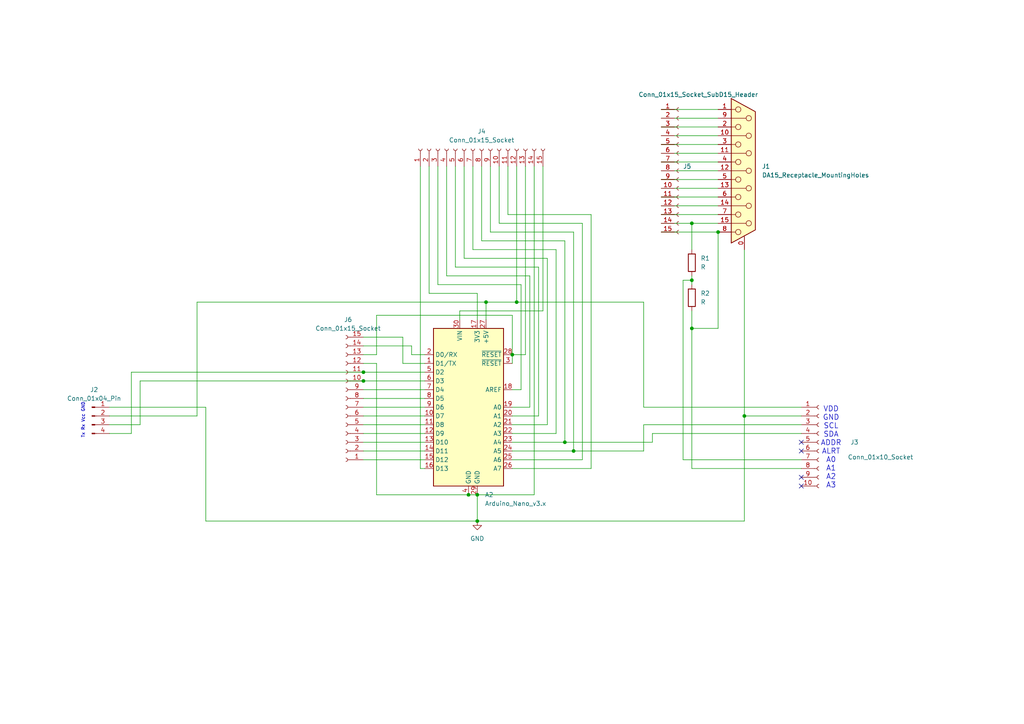
<source format=kicad_sch>
(kicad_sch
	(version 20231120)
	(generator "eeschema")
	(generator_version "8.0")
	(uuid "a6959350-1f39-4ec4-b01c-dcfcf8206056")
	(paper "A4")
	(lib_symbols
		(symbol "Connector:Conn_01x04_Pin"
			(pin_names
				(offset 1.016) hide)
			(exclude_from_sim no)
			(in_bom yes)
			(on_board yes)
			(property "Reference" "J"
				(at 0 5.08 0)
				(effects
					(font
						(size 1.27 1.27)
					)
				)
			)
			(property "Value" "Conn_01x04_Pin"
				(at 0 -7.62 0)
				(effects
					(font
						(size 1.27 1.27)
					)
				)
			)
			(property "Footprint" ""
				(at 0 0 0)
				(effects
					(font
						(size 1.27 1.27)
					)
					(hide yes)
				)
			)
			(property "Datasheet" "~"
				(at 0 0 0)
				(effects
					(font
						(size 1.27 1.27)
					)
					(hide yes)
				)
			)
			(property "Description" "Generic connector, single row, 01x04, script generated"
				(at 0 0 0)
				(effects
					(font
						(size 1.27 1.27)
					)
					(hide yes)
				)
			)
			(property "ki_locked" ""
				(at 0 0 0)
				(effects
					(font
						(size 1.27 1.27)
					)
				)
			)
			(property "ki_keywords" "connector"
				(at 0 0 0)
				(effects
					(font
						(size 1.27 1.27)
					)
					(hide yes)
				)
			)
			(property "ki_fp_filters" "Connector*:*_1x??_*"
				(at 0 0 0)
				(effects
					(font
						(size 1.27 1.27)
					)
					(hide yes)
				)
			)
			(symbol "Conn_01x04_Pin_1_1"
				(polyline
					(pts
						(xy 1.27 -5.08) (xy 0.8636 -5.08)
					)
					(stroke
						(width 0.1524)
						(type default)
					)
					(fill
						(type none)
					)
				)
				(polyline
					(pts
						(xy 1.27 -2.54) (xy 0.8636 -2.54)
					)
					(stroke
						(width 0.1524)
						(type default)
					)
					(fill
						(type none)
					)
				)
				(polyline
					(pts
						(xy 1.27 0) (xy 0.8636 0)
					)
					(stroke
						(width 0.1524)
						(type default)
					)
					(fill
						(type none)
					)
				)
				(polyline
					(pts
						(xy 1.27 2.54) (xy 0.8636 2.54)
					)
					(stroke
						(width 0.1524)
						(type default)
					)
					(fill
						(type none)
					)
				)
				(rectangle
					(start 0.8636 -4.953)
					(end 0 -5.207)
					(stroke
						(width 0.1524)
						(type default)
					)
					(fill
						(type outline)
					)
				)
				(rectangle
					(start 0.8636 -2.413)
					(end 0 -2.667)
					(stroke
						(width 0.1524)
						(type default)
					)
					(fill
						(type outline)
					)
				)
				(rectangle
					(start 0.8636 0.127)
					(end 0 -0.127)
					(stroke
						(width 0.1524)
						(type default)
					)
					(fill
						(type outline)
					)
				)
				(rectangle
					(start 0.8636 2.667)
					(end 0 2.413)
					(stroke
						(width 0.1524)
						(type default)
					)
					(fill
						(type outline)
					)
				)
				(pin passive line
					(at 5.08 2.54 180)
					(length 3.81)
					(name "Pin_1"
						(effects
							(font
								(size 1.27 1.27)
							)
						)
					)
					(number "1"
						(effects
							(font
								(size 1.27 1.27)
							)
						)
					)
				)
				(pin passive line
					(at 5.08 0 180)
					(length 3.81)
					(name "Pin_2"
						(effects
							(font
								(size 1.27 1.27)
							)
						)
					)
					(number "2"
						(effects
							(font
								(size 1.27 1.27)
							)
						)
					)
				)
				(pin passive line
					(at 5.08 -2.54 180)
					(length 3.81)
					(name "Pin_3"
						(effects
							(font
								(size 1.27 1.27)
							)
						)
					)
					(number "3"
						(effects
							(font
								(size 1.27 1.27)
							)
						)
					)
				)
				(pin passive line
					(at 5.08 -5.08 180)
					(length 3.81)
					(name "Pin_4"
						(effects
							(font
								(size 1.27 1.27)
							)
						)
					)
					(number "4"
						(effects
							(font
								(size 1.27 1.27)
							)
						)
					)
				)
			)
		)
		(symbol "Connector:Conn_01x10_Socket"
			(pin_names
				(offset 1.016) hide)
			(exclude_from_sim no)
			(in_bom yes)
			(on_board yes)
			(property "Reference" "J"
				(at 0 12.7 0)
				(effects
					(font
						(size 1.27 1.27)
					)
				)
			)
			(property "Value" "Conn_01x10_Socket"
				(at 0 -15.24 0)
				(effects
					(font
						(size 1.27 1.27)
					)
				)
			)
			(property "Footprint" ""
				(at 0 0 0)
				(effects
					(font
						(size 1.27 1.27)
					)
					(hide yes)
				)
			)
			(property "Datasheet" "~"
				(at 0 0 0)
				(effects
					(font
						(size 1.27 1.27)
					)
					(hide yes)
				)
			)
			(property "Description" "Generic connector, single row, 01x10, script generated"
				(at 0 0 0)
				(effects
					(font
						(size 1.27 1.27)
					)
					(hide yes)
				)
			)
			(property "ki_locked" ""
				(at 0 0 0)
				(effects
					(font
						(size 1.27 1.27)
					)
				)
			)
			(property "ki_keywords" "connector"
				(at 0 0 0)
				(effects
					(font
						(size 1.27 1.27)
					)
					(hide yes)
				)
			)
			(property "ki_fp_filters" "Connector*:*_1x??_*"
				(at 0 0 0)
				(effects
					(font
						(size 1.27 1.27)
					)
					(hide yes)
				)
			)
			(symbol "Conn_01x10_Socket_1_1"
				(arc
					(start 0 -12.192)
					(mid -0.5058 -12.7)
					(end 0 -13.208)
					(stroke
						(width 0.1524)
						(type default)
					)
					(fill
						(type none)
					)
				)
				(arc
					(start 0 -9.652)
					(mid -0.5058 -10.16)
					(end 0 -10.668)
					(stroke
						(width 0.1524)
						(type default)
					)
					(fill
						(type none)
					)
				)
				(arc
					(start 0 -7.112)
					(mid -0.5058 -7.62)
					(end 0 -8.128)
					(stroke
						(width 0.1524)
						(type default)
					)
					(fill
						(type none)
					)
				)
				(arc
					(start 0 -4.572)
					(mid -0.5058 -5.08)
					(end 0 -5.588)
					(stroke
						(width 0.1524)
						(type default)
					)
					(fill
						(type none)
					)
				)
				(arc
					(start 0 -2.032)
					(mid -0.5058 -2.54)
					(end 0 -3.048)
					(stroke
						(width 0.1524)
						(type default)
					)
					(fill
						(type none)
					)
				)
				(polyline
					(pts
						(xy -1.27 -12.7) (xy -0.508 -12.7)
					)
					(stroke
						(width 0.1524)
						(type default)
					)
					(fill
						(type none)
					)
				)
				(polyline
					(pts
						(xy -1.27 -10.16) (xy -0.508 -10.16)
					)
					(stroke
						(width 0.1524)
						(type default)
					)
					(fill
						(type none)
					)
				)
				(polyline
					(pts
						(xy -1.27 -7.62) (xy -0.508 -7.62)
					)
					(stroke
						(width 0.1524)
						(type default)
					)
					(fill
						(type none)
					)
				)
				(polyline
					(pts
						(xy -1.27 -5.08) (xy -0.508 -5.08)
					)
					(stroke
						(width 0.1524)
						(type default)
					)
					(fill
						(type none)
					)
				)
				(polyline
					(pts
						(xy -1.27 -2.54) (xy -0.508 -2.54)
					)
					(stroke
						(width 0.1524)
						(type default)
					)
					(fill
						(type none)
					)
				)
				(polyline
					(pts
						(xy -1.27 0) (xy -0.508 0)
					)
					(stroke
						(width 0.1524)
						(type default)
					)
					(fill
						(type none)
					)
				)
				(polyline
					(pts
						(xy -1.27 2.54) (xy -0.508 2.54)
					)
					(stroke
						(width 0.1524)
						(type default)
					)
					(fill
						(type none)
					)
				)
				(polyline
					(pts
						(xy -1.27 5.08) (xy -0.508 5.08)
					)
					(stroke
						(width 0.1524)
						(type default)
					)
					(fill
						(type none)
					)
				)
				(polyline
					(pts
						(xy -1.27 7.62) (xy -0.508 7.62)
					)
					(stroke
						(width 0.1524)
						(type default)
					)
					(fill
						(type none)
					)
				)
				(polyline
					(pts
						(xy -1.27 10.16) (xy -0.508 10.16)
					)
					(stroke
						(width 0.1524)
						(type default)
					)
					(fill
						(type none)
					)
				)
				(arc
					(start 0 0.508)
					(mid -0.5058 0)
					(end 0 -0.508)
					(stroke
						(width 0.1524)
						(type default)
					)
					(fill
						(type none)
					)
				)
				(arc
					(start 0 3.048)
					(mid -0.5058 2.54)
					(end 0 2.032)
					(stroke
						(width 0.1524)
						(type default)
					)
					(fill
						(type none)
					)
				)
				(arc
					(start 0 5.588)
					(mid -0.5058 5.08)
					(end 0 4.572)
					(stroke
						(width 0.1524)
						(type default)
					)
					(fill
						(type none)
					)
				)
				(arc
					(start 0 8.128)
					(mid -0.5058 7.62)
					(end 0 7.112)
					(stroke
						(width 0.1524)
						(type default)
					)
					(fill
						(type none)
					)
				)
				(arc
					(start 0 10.668)
					(mid -0.5058 10.16)
					(end 0 9.652)
					(stroke
						(width 0.1524)
						(type default)
					)
					(fill
						(type none)
					)
				)
				(pin passive line
					(at -5.08 10.16 0)
					(length 3.81)
					(name "Pin_1"
						(effects
							(font
								(size 1.27 1.27)
							)
						)
					)
					(number "1"
						(effects
							(font
								(size 1.27 1.27)
							)
						)
					)
				)
				(pin passive line
					(at -5.08 -12.7 0)
					(length 3.81)
					(name "Pin_10"
						(effects
							(font
								(size 1.27 1.27)
							)
						)
					)
					(number "10"
						(effects
							(font
								(size 1.27 1.27)
							)
						)
					)
				)
				(pin passive line
					(at -5.08 7.62 0)
					(length 3.81)
					(name "Pin_2"
						(effects
							(font
								(size 1.27 1.27)
							)
						)
					)
					(number "2"
						(effects
							(font
								(size 1.27 1.27)
							)
						)
					)
				)
				(pin passive line
					(at -5.08 5.08 0)
					(length 3.81)
					(name "Pin_3"
						(effects
							(font
								(size 1.27 1.27)
							)
						)
					)
					(number "3"
						(effects
							(font
								(size 1.27 1.27)
							)
						)
					)
				)
				(pin passive line
					(at -5.08 2.54 0)
					(length 3.81)
					(name "Pin_4"
						(effects
							(font
								(size 1.27 1.27)
							)
						)
					)
					(number "4"
						(effects
							(font
								(size 1.27 1.27)
							)
						)
					)
				)
				(pin passive line
					(at -5.08 0 0)
					(length 3.81)
					(name "Pin_5"
						(effects
							(font
								(size 1.27 1.27)
							)
						)
					)
					(number "5"
						(effects
							(font
								(size 1.27 1.27)
							)
						)
					)
				)
				(pin passive line
					(at -5.08 -2.54 0)
					(length 3.81)
					(name "Pin_6"
						(effects
							(font
								(size 1.27 1.27)
							)
						)
					)
					(number "6"
						(effects
							(font
								(size 1.27 1.27)
							)
						)
					)
				)
				(pin passive line
					(at -5.08 -5.08 0)
					(length 3.81)
					(name "Pin_7"
						(effects
							(font
								(size 1.27 1.27)
							)
						)
					)
					(number "7"
						(effects
							(font
								(size 1.27 1.27)
							)
						)
					)
				)
				(pin passive line
					(at -5.08 -7.62 0)
					(length 3.81)
					(name "Pin_8"
						(effects
							(font
								(size 1.27 1.27)
							)
						)
					)
					(number "8"
						(effects
							(font
								(size 1.27 1.27)
							)
						)
					)
				)
				(pin passive line
					(at -5.08 -10.16 0)
					(length 3.81)
					(name "Pin_9"
						(effects
							(font
								(size 1.27 1.27)
							)
						)
					)
					(number "9"
						(effects
							(font
								(size 1.27 1.27)
							)
						)
					)
				)
			)
		)
		(symbol "Connector:Conn_01x15_Socket"
			(pin_names
				(offset 1.016) hide)
			(exclude_from_sim no)
			(in_bom yes)
			(on_board yes)
			(property "Reference" "J"
				(at 0 20.32 0)
				(effects
					(font
						(size 1.27 1.27)
					)
				)
			)
			(property "Value" "Conn_01x15_Socket"
				(at 0 -20.32 0)
				(effects
					(font
						(size 1.27 1.27)
					)
				)
			)
			(property "Footprint" ""
				(at 0 0 0)
				(effects
					(font
						(size 1.27 1.27)
					)
					(hide yes)
				)
			)
			(property "Datasheet" "~"
				(at 0 0 0)
				(effects
					(font
						(size 1.27 1.27)
					)
					(hide yes)
				)
			)
			(property "Description" "Generic connector, single row, 01x15, script generated"
				(at 0 0 0)
				(effects
					(font
						(size 1.27 1.27)
					)
					(hide yes)
				)
			)
			(property "ki_locked" ""
				(at 0 0 0)
				(effects
					(font
						(size 1.27 1.27)
					)
				)
			)
			(property "ki_keywords" "connector"
				(at 0 0 0)
				(effects
					(font
						(size 1.27 1.27)
					)
					(hide yes)
				)
			)
			(property "ki_fp_filters" "Connector*:*_1x??_*"
				(at 0 0 0)
				(effects
					(font
						(size 1.27 1.27)
					)
					(hide yes)
				)
			)
			(symbol "Conn_01x15_Socket_1_1"
				(arc
					(start 0 -17.272)
					(mid -0.5058 -17.78)
					(end 0 -18.288)
					(stroke
						(width 0.1524)
						(type default)
					)
					(fill
						(type none)
					)
				)
				(arc
					(start 0 -14.732)
					(mid -0.5058 -15.24)
					(end 0 -15.748)
					(stroke
						(width 0.1524)
						(type default)
					)
					(fill
						(type none)
					)
				)
				(arc
					(start 0 -12.192)
					(mid -0.5058 -12.7)
					(end 0 -13.208)
					(stroke
						(width 0.1524)
						(type default)
					)
					(fill
						(type none)
					)
				)
				(arc
					(start 0 -9.652)
					(mid -0.5058 -10.16)
					(end 0 -10.668)
					(stroke
						(width 0.1524)
						(type default)
					)
					(fill
						(type none)
					)
				)
				(arc
					(start 0 -7.112)
					(mid -0.5058 -7.62)
					(end 0 -8.128)
					(stroke
						(width 0.1524)
						(type default)
					)
					(fill
						(type none)
					)
				)
				(arc
					(start 0 -4.572)
					(mid -0.5058 -5.08)
					(end 0 -5.588)
					(stroke
						(width 0.1524)
						(type default)
					)
					(fill
						(type none)
					)
				)
				(arc
					(start 0 -2.032)
					(mid -0.5058 -2.54)
					(end 0 -3.048)
					(stroke
						(width 0.1524)
						(type default)
					)
					(fill
						(type none)
					)
				)
				(polyline
					(pts
						(xy -1.27 -17.78) (xy -0.508 -17.78)
					)
					(stroke
						(width 0.1524)
						(type default)
					)
					(fill
						(type none)
					)
				)
				(polyline
					(pts
						(xy -1.27 -15.24) (xy -0.508 -15.24)
					)
					(stroke
						(width 0.1524)
						(type default)
					)
					(fill
						(type none)
					)
				)
				(polyline
					(pts
						(xy -1.27 -12.7) (xy -0.508 -12.7)
					)
					(stroke
						(width 0.1524)
						(type default)
					)
					(fill
						(type none)
					)
				)
				(polyline
					(pts
						(xy -1.27 -10.16) (xy -0.508 -10.16)
					)
					(stroke
						(width 0.1524)
						(type default)
					)
					(fill
						(type none)
					)
				)
				(polyline
					(pts
						(xy -1.27 -7.62) (xy -0.508 -7.62)
					)
					(stroke
						(width 0.1524)
						(type default)
					)
					(fill
						(type none)
					)
				)
				(polyline
					(pts
						(xy -1.27 -5.08) (xy -0.508 -5.08)
					)
					(stroke
						(width 0.1524)
						(type default)
					)
					(fill
						(type none)
					)
				)
				(polyline
					(pts
						(xy -1.27 -2.54) (xy -0.508 -2.54)
					)
					(stroke
						(width 0.1524)
						(type default)
					)
					(fill
						(type none)
					)
				)
				(polyline
					(pts
						(xy -1.27 0) (xy -0.508 0)
					)
					(stroke
						(width 0.1524)
						(type default)
					)
					(fill
						(type none)
					)
				)
				(polyline
					(pts
						(xy -1.27 2.54) (xy -0.508 2.54)
					)
					(stroke
						(width 0.1524)
						(type default)
					)
					(fill
						(type none)
					)
				)
				(polyline
					(pts
						(xy -1.27 5.08) (xy -0.508 5.08)
					)
					(stroke
						(width 0.1524)
						(type default)
					)
					(fill
						(type none)
					)
				)
				(polyline
					(pts
						(xy -1.27 7.62) (xy -0.508 7.62)
					)
					(stroke
						(width 0.1524)
						(type default)
					)
					(fill
						(type none)
					)
				)
				(polyline
					(pts
						(xy -1.27 10.16) (xy -0.508 10.16)
					)
					(stroke
						(width 0.1524)
						(type default)
					)
					(fill
						(type none)
					)
				)
				(polyline
					(pts
						(xy -1.27 12.7) (xy -0.508 12.7)
					)
					(stroke
						(width 0.1524)
						(type default)
					)
					(fill
						(type none)
					)
				)
				(polyline
					(pts
						(xy -1.27 15.24) (xy -0.508 15.24)
					)
					(stroke
						(width 0.1524)
						(type default)
					)
					(fill
						(type none)
					)
				)
				(polyline
					(pts
						(xy -1.27 17.78) (xy -0.508 17.78)
					)
					(stroke
						(width 0.1524)
						(type default)
					)
					(fill
						(type none)
					)
				)
				(arc
					(start 0 0.508)
					(mid -0.5058 0)
					(end 0 -0.508)
					(stroke
						(width 0.1524)
						(type default)
					)
					(fill
						(type none)
					)
				)
				(arc
					(start 0 3.048)
					(mid -0.5058 2.54)
					(end 0 2.032)
					(stroke
						(width 0.1524)
						(type default)
					)
					(fill
						(type none)
					)
				)
				(arc
					(start 0 5.588)
					(mid -0.5058 5.08)
					(end 0 4.572)
					(stroke
						(width 0.1524)
						(type default)
					)
					(fill
						(type none)
					)
				)
				(arc
					(start 0 8.128)
					(mid -0.5058 7.62)
					(end 0 7.112)
					(stroke
						(width 0.1524)
						(type default)
					)
					(fill
						(type none)
					)
				)
				(arc
					(start 0 10.668)
					(mid -0.5058 10.16)
					(end 0 9.652)
					(stroke
						(width 0.1524)
						(type default)
					)
					(fill
						(type none)
					)
				)
				(arc
					(start 0 13.208)
					(mid -0.5058 12.7)
					(end 0 12.192)
					(stroke
						(width 0.1524)
						(type default)
					)
					(fill
						(type none)
					)
				)
				(arc
					(start 0 15.748)
					(mid -0.5058 15.24)
					(end 0 14.732)
					(stroke
						(width 0.1524)
						(type default)
					)
					(fill
						(type none)
					)
				)
				(arc
					(start 0 18.288)
					(mid -0.5058 17.78)
					(end 0 17.272)
					(stroke
						(width 0.1524)
						(type default)
					)
					(fill
						(type none)
					)
				)
				(pin passive line
					(at -5.08 17.78 0)
					(length 3.81)
					(name "Pin_1"
						(effects
							(font
								(size 1.27 1.27)
							)
						)
					)
					(number "1"
						(effects
							(font
								(size 1.27 1.27)
							)
						)
					)
				)
				(pin passive line
					(at -5.08 -5.08 0)
					(length 3.81)
					(name "Pin_10"
						(effects
							(font
								(size 1.27 1.27)
							)
						)
					)
					(number "10"
						(effects
							(font
								(size 1.27 1.27)
							)
						)
					)
				)
				(pin passive line
					(at -5.08 -7.62 0)
					(length 3.81)
					(name "Pin_11"
						(effects
							(font
								(size 1.27 1.27)
							)
						)
					)
					(number "11"
						(effects
							(font
								(size 1.27 1.27)
							)
						)
					)
				)
				(pin passive line
					(at -5.08 -10.16 0)
					(length 3.81)
					(name "Pin_12"
						(effects
							(font
								(size 1.27 1.27)
							)
						)
					)
					(number "12"
						(effects
							(font
								(size 1.27 1.27)
							)
						)
					)
				)
				(pin passive line
					(at -5.08 -12.7 0)
					(length 3.81)
					(name "Pin_13"
						(effects
							(font
								(size 1.27 1.27)
							)
						)
					)
					(number "13"
						(effects
							(font
								(size 1.27 1.27)
							)
						)
					)
				)
				(pin passive line
					(at -5.08 -15.24 0)
					(length 3.81)
					(name "Pin_14"
						(effects
							(font
								(size 1.27 1.27)
							)
						)
					)
					(number "14"
						(effects
							(font
								(size 1.27 1.27)
							)
						)
					)
				)
				(pin passive line
					(at -5.08 -17.78 0)
					(length 3.81)
					(name "Pin_15"
						(effects
							(font
								(size 1.27 1.27)
							)
						)
					)
					(number "15"
						(effects
							(font
								(size 1.27 1.27)
							)
						)
					)
				)
				(pin passive line
					(at -5.08 15.24 0)
					(length 3.81)
					(name "Pin_2"
						(effects
							(font
								(size 1.27 1.27)
							)
						)
					)
					(number "2"
						(effects
							(font
								(size 1.27 1.27)
							)
						)
					)
				)
				(pin passive line
					(at -5.08 12.7 0)
					(length 3.81)
					(name "Pin_3"
						(effects
							(font
								(size 1.27 1.27)
							)
						)
					)
					(number "3"
						(effects
							(font
								(size 1.27 1.27)
							)
						)
					)
				)
				(pin passive line
					(at -5.08 10.16 0)
					(length 3.81)
					(name "Pin_4"
						(effects
							(font
								(size 1.27 1.27)
							)
						)
					)
					(number "4"
						(effects
							(font
								(size 1.27 1.27)
							)
						)
					)
				)
				(pin passive line
					(at -5.08 7.62 0)
					(length 3.81)
					(name "Pin_5"
						(effects
							(font
								(size 1.27 1.27)
							)
						)
					)
					(number "5"
						(effects
							(font
								(size 1.27 1.27)
							)
						)
					)
				)
				(pin passive line
					(at -5.08 5.08 0)
					(length 3.81)
					(name "Pin_6"
						(effects
							(font
								(size 1.27 1.27)
							)
						)
					)
					(number "6"
						(effects
							(font
								(size 1.27 1.27)
							)
						)
					)
				)
				(pin passive line
					(at -5.08 2.54 0)
					(length 3.81)
					(name "Pin_7"
						(effects
							(font
								(size 1.27 1.27)
							)
						)
					)
					(number "7"
						(effects
							(font
								(size 1.27 1.27)
							)
						)
					)
				)
				(pin passive line
					(at -5.08 0 0)
					(length 3.81)
					(name "Pin_8"
						(effects
							(font
								(size 1.27 1.27)
							)
						)
					)
					(number "8"
						(effects
							(font
								(size 1.27 1.27)
							)
						)
					)
				)
				(pin passive line
					(at -5.08 -2.54 0)
					(length 3.81)
					(name "Pin_9"
						(effects
							(font
								(size 1.27 1.27)
							)
						)
					)
					(number "9"
						(effects
							(font
								(size 1.27 1.27)
							)
						)
					)
				)
			)
		)
		(symbol "Connector:DA15_Receptacle_MountingHoles"
			(pin_names
				(offset 1.016) hide)
			(exclude_from_sim no)
			(in_bom yes)
			(on_board yes)
			(property "Reference" "J"
				(at 0 24.13 0)
				(effects
					(font
						(size 1.27 1.27)
					)
				)
			)
			(property "Value" "DA15_Receptacle_MountingHoles"
				(at 0 22.225 0)
				(effects
					(font
						(size 1.27 1.27)
					)
				)
			)
			(property "Footprint" ""
				(at 0 0 0)
				(effects
					(font
						(size 1.27 1.27)
					)
					(hide yes)
				)
			)
			(property "Datasheet" "~"
				(at 0 0 0)
				(effects
					(font
						(size 1.27 1.27)
					)
					(hide yes)
				)
			)
			(property "Description" "15-pin female receptacle socket D-SUB connector (low-density/2 columns), Mounting Hole"
				(at 0 0 0)
				(effects
					(font
						(size 1.27 1.27)
					)
					(hide yes)
				)
			)
			(property "ki_keywords" "female receptacle D-SUB connector"
				(at 0 0 0)
				(effects
					(font
						(size 1.27 1.27)
					)
					(hide yes)
				)
			)
			(property "ki_fp_filters" "DSUB*Female*"
				(at 0 0 0)
				(effects
					(font
						(size 1.27 1.27)
					)
					(hide yes)
				)
			)
			(symbol "DA15_Receptacle_MountingHoles_0_1"
				(circle
					(center -1.778 -17.78)
					(radius 0.762)
					(stroke
						(width 0)
						(type default)
					)
					(fill
						(type none)
					)
				)
				(circle
					(center -1.778 -12.7)
					(radius 0.762)
					(stroke
						(width 0)
						(type default)
					)
					(fill
						(type none)
					)
				)
				(circle
					(center -1.778 -7.62)
					(radius 0.762)
					(stroke
						(width 0)
						(type default)
					)
					(fill
						(type none)
					)
				)
				(circle
					(center -1.778 -2.54)
					(radius 0.762)
					(stroke
						(width 0)
						(type default)
					)
					(fill
						(type none)
					)
				)
				(circle
					(center -1.778 2.54)
					(radius 0.762)
					(stroke
						(width 0)
						(type default)
					)
					(fill
						(type none)
					)
				)
				(circle
					(center -1.778 7.62)
					(radius 0.762)
					(stroke
						(width 0)
						(type default)
					)
					(fill
						(type none)
					)
				)
				(circle
					(center -1.778 12.7)
					(radius 0.762)
					(stroke
						(width 0)
						(type default)
					)
					(fill
						(type none)
					)
				)
				(circle
					(center -1.778 17.78)
					(radius 0.762)
					(stroke
						(width 0)
						(type default)
					)
					(fill
						(type none)
					)
				)
				(polyline
					(pts
						(xy -3.81 -17.78) (xy -2.54 -17.78)
					)
					(stroke
						(width 0)
						(type default)
					)
					(fill
						(type none)
					)
				)
				(polyline
					(pts
						(xy -3.81 -15.24) (xy 0.508 -15.24)
					)
					(stroke
						(width 0)
						(type default)
					)
					(fill
						(type none)
					)
				)
				(polyline
					(pts
						(xy -3.81 -12.7) (xy -2.54 -12.7)
					)
					(stroke
						(width 0)
						(type default)
					)
					(fill
						(type none)
					)
				)
				(polyline
					(pts
						(xy -3.81 -10.16) (xy 0.508 -10.16)
					)
					(stroke
						(width 0)
						(type default)
					)
					(fill
						(type none)
					)
				)
				(polyline
					(pts
						(xy -3.81 -7.62) (xy -2.54 -7.62)
					)
					(stroke
						(width 0)
						(type default)
					)
					(fill
						(type none)
					)
				)
				(polyline
					(pts
						(xy -3.81 -5.08) (xy 0.508 -5.08)
					)
					(stroke
						(width 0)
						(type default)
					)
					(fill
						(type none)
					)
				)
				(polyline
					(pts
						(xy -3.81 -2.54) (xy -2.54 -2.54)
					)
					(stroke
						(width 0)
						(type default)
					)
					(fill
						(type none)
					)
				)
				(polyline
					(pts
						(xy -3.81 0) (xy 0.508 0)
					)
					(stroke
						(width 0)
						(type default)
					)
					(fill
						(type none)
					)
				)
				(polyline
					(pts
						(xy -3.81 2.54) (xy -2.54 2.54)
					)
					(stroke
						(width 0)
						(type default)
					)
					(fill
						(type none)
					)
				)
				(polyline
					(pts
						(xy -3.81 5.08) (xy 0.508 5.08)
					)
					(stroke
						(width 0)
						(type default)
					)
					(fill
						(type none)
					)
				)
				(polyline
					(pts
						(xy -3.81 7.62) (xy -2.54 7.62)
					)
					(stroke
						(width 0)
						(type default)
					)
					(fill
						(type none)
					)
				)
				(polyline
					(pts
						(xy -3.81 10.16) (xy 0.508 10.16)
					)
					(stroke
						(width 0)
						(type default)
					)
					(fill
						(type none)
					)
				)
				(polyline
					(pts
						(xy -3.81 12.7) (xy -2.54 12.7)
					)
					(stroke
						(width 0)
						(type default)
					)
					(fill
						(type none)
					)
				)
				(polyline
					(pts
						(xy -3.81 15.24) (xy 0.508 15.24)
					)
					(stroke
						(width 0)
						(type default)
					)
					(fill
						(type none)
					)
				)
				(polyline
					(pts
						(xy -3.81 17.78) (xy -2.54 17.78)
					)
					(stroke
						(width 0)
						(type default)
					)
					(fill
						(type none)
					)
				)
				(polyline
					(pts
						(xy -3.81 20.955) (xy 3.175 17.145) (xy 3.175 -17.145) (xy -3.81 -20.955) (xy -3.81 20.955)
					)
					(stroke
						(width 0.254)
						(type default)
					)
					(fill
						(type background)
					)
				)
				(circle
					(center 1.27 -15.24)
					(radius 0.762)
					(stroke
						(width 0)
						(type default)
					)
					(fill
						(type none)
					)
				)
				(circle
					(center 1.27 -10.16)
					(radius 0.762)
					(stroke
						(width 0)
						(type default)
					)
					(fill
						(type none)
					)
				)
				(circle
					(center 1.27 -5.08)
					(radius 0.762)
					(stroke
						(width 0)
						(type default)
					)
					(fill
						(type none)
					)
				)
				(circle
					(center 1.27 0)
					(radius 0.762)
					(stroke
						(width 0)
						(type default)
					)
					(fill
						(type none)
					)
				)
				(circle
					(center 1.27 5.08)
					(radius 0.762)
					(stroke
						(width 0)
						(type default)
					)
					(fill
						(type none)
					)
				)
				(circle
					(center 1.27 10.16)
					(radius 0.762)
					(stroke
						(width 0)
						(type default)
					)
					(fill
						(type none)
					)
				)
				(circle
					(center 1.27 15.24)
					(radius 0.762)
					(stroke
						(width 0)
						(type default)
					)
					(fill
						(type none)
					)
				)
			)
			(symbol "DA15_Receptacle_MountingHoles_1_1"
				(pin passive line
					(at 0 -22.86 90)
					(length 3.81)
					(name "PAD"
						(effects
							(font
								(size 1.27 1.27)
							)
						)
					)
					(number "0"
						(effects
							(font
								(size 1.27 1.27)
							)
						)
					)
				)
				(pin passive line
					(at -7.62 17.78 0)
					(length 3.81)
					(name "1"
						(effects
							(font
								(size 1.27 1.27)
							)
						)
					)
					(number "1"
						(effects
							(font
								(size 1.27 1.27)
							)
						)
					)
				)
				(pin passive line
					(at -7.62 10.16 0)
					(length 3.81)
					(name "P10"
						(effects
							(font
								(size 1.27 1.27)
							)
						)
					)
					(number "10"
						(effects
							(font
								(size 1.27 1.27)
							)
						)
					)
				)
				(pin passive line
					(at -7.62 5.08 0)
					(length 3.81)
					(name "P111"
						(effects
							(font
								(size 1.27 1.27)
							)
						)
					)
					(number "11"
						(effects
							(font
								(size 1.27 1.27)
							)
						)
					)
				)
				(pin passive line
					(at -7.62 0 0)
					(length 3.81)
					(name "P12"
						(effects
							(font
								(size 1.27 1.27)
							)
						)
					)
					(number "12"
						(effects
							(font
								(size 1.27 1.27)
							)
						)
					)
				)
				(pin passive line
					(at -7.62 -5.08 0)
					(length 3.81)
					(name "P13"
						(effects
							(font
								(size 1.27 1.27)
							)
						)
					)
					(number "13"
						(effects
							(font
								(size 1.27 1.27)
							)
						)
					)
				)
				(pin passive line
					(at -7.62 -10.16 0)
					(length 3.81)
					(name "P14"
						(effects
							(font
								(size 1.27 1.27)
							)
						)
					)
					(number "14"
						(effects
							(font
								(size 1.27 1.27)
							)
						)
					)
				)
				(pin passive line
					(at -7.62 -15.24 0)
					(length 3.81)
					(name "P15"
						(effects
							(font
								(size 1.27 1.27)
							)
						)
					)
					(number "15"
						(effects
							(font
								(size 1.27 1.27)
							)
						)
					)
				)
				(pin passive line
					(at -7.62 12.7 0)
					(length 3.81)
					(name "2"
						(effects
							(font
								(size 1.27 1.27)
							)
						)
					)
					(number "2"
						(effects
							(font
								(size 1.27 1.27)
							)
						)
					)
				)
				(pin passive line
					(at -7.62 7.62 0)
					(length 3.81)
					(name "3"
						(effects
							(font
								(size 1.27 1.27)
							)
						)
					)
					(number "3"
						(effects
							(font
								(size 1.27 1.27)
							)
						)
					)
				)
				(pin passive line
					(at -7.62 2.54 0)
					(length 3.81)
					(name "4"
						(effects
							(font
								(size 1.27 1.27)
							)
						)
					)
					(number "4"
						(effects
							(font
								(size 1.27 1.27)
							)
						)
					)
				)
				(pin passive line
					(at -7.62 -2.54 0)
					(length 3.81)
					(name "5"
						(effects
							(font
								(size 1.27 1.27)
							)
						)
					)
					(number "5"
						(effects
							(font
								(size 1.27 1.27)
							)
						)
					)
				)
				(pin passive line
					(at -7.62 -7.62 0)
					(length 3.81)
					(name "6"
						(effects
							(font
								(size 1.27 1.27)
							)
						)
					)
					(number "6"
						(effects
							(font
								(size 1.27 1.27)
							)
						)
					)
				)
				(pin passive line
					(at -7.62 -12.7 0)
					(length 3.81)
					(name "7"
						(effects
							(font
								(size 1.27 1.27)
							)
						)
					)
					(number "7"
						(effects
							(font
								(size 1.27 1.27)
							)
						)
					)
				)
				(pin passive line
					(at -7.62 -17.78 0)
					(length 3.81)
					(name "8"
						(effects
							(font
								(size 1.27 1.27)
							)
						)
					)
					(number "8"
						(effects
							(font
								(size 1.27 1.27)
							)
						)
					)
				)
				(pin passive line
					(at -7.62 15.24 0)
					(length 3.81)
					(name "P9"
						(effects
							(font
								(size 1.27 1.27)
							)
						)
					)
					(number "9"
						(effects
							(font
								(size 1.27 1.27)
							)
						)
					)
				)
			)
		)
		(symbol "Device:R"
			(pin_numbers hide)
			(pin_names
				(offset 0)
			)
			(exclude_from_sim no)
			(in_bom yes)
			(on_board yes)
			(property "Reference" "R"
				(at 2.032 0 90)
				(effects
					(font
						(size 1.27 1.27)
					)
				)
			)
			(property "Value" "R"
				(at 0 0 90)
				(effects
					(font
						(size 1.27 1.27)
					)
				)
			)
			(property "Footprint" ""
				(at -1.778 0 90)
				(effects
					(font
						(size 1.27 1.27)
					)
					(hide yes)
				)
			)
			(property "Datasheet" "~"
				(at 0 0 0)
				(effects
					(font
						(size 1.27 1.27)
					)
					(hide yes)
				)
			)
			(property "Description" "Resistor"
				(at 0 0 0)
				(effects
					(font
						(size 1.27 1.27)
					)
					(hide yes)
				)
			)
			(property "ki_keywords" "R res resistor"
				(at 0 0 0)
				(effects
					(font
						(size 1.27 1.27)
					)
					(hide yes)
				)
			)
			(property "ki_fp_filters" "R_*"
				(at 0 0 0)
				(effects
					(font
						(size 1.27 1.27)
					)
					(hide yes)
				)
			)
			(symbol "R_0_1"
				(rectangle
					(start -1.016 -2.54)
					(end 1.016 2.54)
					(stroke
						(width 0.254)
						(type default)
					)
					(fill
						(type none)
					)
				)
			)
			(symbol "R_1_1"
				(pin passive line
					(at 0 3.81 270)
					(length 1.27)
					(name "~"
						(effects
							(font
								(size 1.27 1.27)
							)
						)
					)
					(number "1"
						(effects
							(font
								(size 1.27 1.27)
							)
						)
					)
				)
				(pin passive line
					(at 0 -3.81 90)
					(length 1.27)
					(name "~"
						(effects
							(font
								(size 1.27 1.27)
							)
						)
					)
					(number "2"
						(effects
							(font
								(size 1.27 1.27)
							)
						)
					)
				)
			)
		)
		(symbol "MCU_Module:Arduino_Nano_v3.x"
			(exclude_from_sim no)
			(in_bom yes)
			(on_board yes)
			(property "Reference" "A"
				(at -10.16 23.495 0)
				(effects
					(font
						(size 1.27 1.27)
					)
					(justify left bottom)
				)
			)
			(property "Value" "Arduino_Nano_v3.x"
				(at 5.08 -24.13 0)
				(effects
					(font
						(size 1.27 1.27)
					)
					(justify left top)
				)
			)
			(property "Footprint" "Module:Arduino_Nano"
				(at 0 0 0)
				(effects
					(font
						(size 1.27 1.27)
						(italic yes)
					)
					(hide yes)
				)
			)
			(property "Datasheet" "http://www.mouser.com/pdfdocs/Gravitech_Arduino_Nano3_0.pdf"
				(at 0 0 0)
				(effects
					(font
						(size 1.27 1.27)
					)
					(hide yes)
				)
			)
			(property "Description" "Arduino Nano v3.x"
				(at 0 0 0)
				(effects
					(font
						(size 1.27 1.27)
					)
					(hide yes)
				)
			)
			(property "ki_keywords" "Arduino nano microcontroller module USB"
				(at 0 0 0)
				(effects
					(font
						(size 1.27 1.27)
					)
					(hide yes)
				)
			)
			(property "ki_fp_filters" "Arduino*Nano*"
				(at 0 0 0)
				(effects
					(font
						(size 1.27 1.27)
					)
					(hide yes)
				)
			)
			(symbol "Arduino_Nano_v3.x_0_1"
				(rectangle
					(start -10.16 22.86)
					(end 10.16 -22.86)
					(stroke
						(width 0.254)
						(type default)
					)
					(fill
						(type background)
					)
				)
			)
			(symbol "Arduino_Nano_v3.x_1_1"
				(pin bidirectional line
					(at -12.7 12.7 0)
					(length 2.54)
					(name "D1/TX"
						(effects
							(font
								(size 1.27 1.27)
							)
						)
					)
					(number "1"
						(effects
							(font
								(size 1.27 1.27)
							)
						)
					)
				)
				(pin bidirectional line
					(at -12.7 -2.54 0)
					(length 2.54)
					(name "D7"
						(effects
							(font
								(size 1.27 1.27)
							)
						)
					)
					(number "10"
						(effects
							(font
								(size 1.27 1.27)
							)
						)
					)
				)
				(pin bidirectional line
					(at -12.7 -5.08 0)
					(length 2.54)
					(name "D8"
						(effects
							(font
								(size 1.27 1.27)
							)
						)
					)
					(number "11"
						(effects
							(font
								(size 1.27 1.27)
							)
						)
					)
				)
				(pin bidirectional line
					(at -12.7 -7.62 0)
					(length 2.54)
					(name "D9"
						(effects
							(font
								(size 1.27 1.27)
							)
						)
					)
					(number "12"
						(effects
							(font
								(size 1.27 1.27)
							)
						)
					)
				)
				(pin bidirectional line
					(at -12.7 -10.16 0)
					(length 2.54)
					(name "D10"
						(effects
							(font
								(size 1.27 1.27)
							)
						)
					)
					(number "13"
						(effects
							(font
								(size 1.27 1.27)
							)
						)
					)
				)
				(pin bidirectional line
					(at -12.7 -12.7 0)
					(length 2.54)
					(name "D11"
						(effects
							(font
								(size 1.27 1.27)
							)
						)
					)
					(number "14"
						(effects
							(font
								(size 1.27 1.27)
							)
						)
					)
				)
				(pin bidirectional line
					(at -12.7 -15.24 0)
					(length 2.54)
					(name "D12"
						(effects
							(font
								(size 1.27 1.27)
							)
						)
					)
					(number "15"
						(effects
							(font
								(size 1.27 1.27)
							)
						)
					)
				)
				(pin bidirectional line
					(at -12.7 -17.78 0)
					(length 2.54)
					(name "D13"
						(effects
							(font
								(size 1.27 1.27)
							)
						)
					)
					(number "16"
						(effects
							(font
								(size 1.27 1.27)
							)
						)
					)
				)
				(pin power_out line
					(at 2.54 25.4 270)
					(length 2.54)
					(name "3V3"
						(effects
							(font
								(size 1.27 1.27)
							)
						)
					)
					(number "17"
						(effects
							(font
								(size 1.27 1.27)
							)
						)
					)
				)
				(pin input line
					(at 12.7 5.08 180)
					(length 2.54)
					(name "AREF"
						(effects
							(font
								(size 1.27 1.27)
							)
						)
					)
					(number "18"
						(effects
							(font
								(size 1.27 1.27)
							)
						)
					)
				)
				(pin bidirectional line
					(at 12.7 0 180)
					(length 2.54)
					(name "A0"
						(effects
							(font
								(size 1.27 1.27)
							)
						)
					)
					(number "19"
						(effects
							(font
								(size 1.27 1.27)
							)
						)
					)
				)
				(pin bidirectional line
					(at -12.7 15.24 0)
					(length 2.54)
					(name "D0/RX"
						(effects
							(font
								(size 1.27 1.27)
							)
						)
					)
					(number "2"
						(effects
							(font
								(size 1.27 1.27)
							)
						)
					)
				)
				(pin bidirectional line
					(at 12.7 -2.54 180)
					(length 2.54)
					(name "A1"
						(effects
							(font
								(size 1.27 1.27)
							)
						)
					)
					(number "20"
						(effects
							(font
								(size 1.27 1.27)
							)
						)
					)
				)
				(pin bidirectional line
					(at 12.7 -5.08 180)
					(length 2.54)
					(name "A2"
						(effects
							(font
								(size 1.27 1.27)
							)
						)
					)
					(number "21"
						(effects
							(font
								(size 1.27 1.27)
							)
						)
					)
				)
				(pin bidirectional line
					(at 12.7 -7.62 180)
					(length 2.54)
					(name "A3"
						(effects
							(font
								(size 1.27 1.27)
							)
						)
					)
					(number "22"
						(effects
							(font
								(size 1.27 1.27)
							)
						)
					)
				)
				(pin bidirectional line
					(at 12.7 -10.16 180)
					(length 2.54)
					(name "A4"
						(effects
							(font
								(size 1.27 1.27)
							)
						)
					)
					(number "23"
						(effects
							(font
								(size 1.27 1.27)
							)
						)
					)
				)
				(pin bidirectional line
					(at 12.7 -12.7 180)
					(length 2.54)
					(name "A5"
						(effects
							(font
								(size 1.27 1.27)
							)
						)
					)
					(number "24"
						(effects
							(font
								(size 1.27 1.27)
							)
						)
					)
				)
				(pin bidirectional line
					(at 12.7 -15.24 180)
					(length 2.54)
					(name "A6"
						(effects
							(font
								(size 1.27 1.27)
							)
						)
					)
					(number "25"
						(effects
							(font
								(size 1.27 1.27)
							)
						)
					)
				)
				(pin bidirectional line
					(at 12.7 -17.78 180)
					(length 2.54)
					(name "A7"
						(effects
							(font
								(size 1.27 1.27)
							)
						)
					)
					(number "26"
						(effects
							(font
								(size 1.27 1.27)
							)
						)
					)
				)
				(pin power_out line
					(at 5.08 25.4 270)
					(length 2.54)
					(name "+5V"
						(effects
							(font
								(size 1.27 1.27)
							)
						)
					)
					(number "27"
						(effects
							(font
								(size 1.27 1.27)
							)
						)
					)
				)
				(pin input line
					(at 12.7 15.24 180)
					(length 2.54)
					(name "~{RESET}"
						(effects
							(font
								(size 1.27 1.27)
							)
						)
					)
					(number "28"
						(effects
							(font
								(size 1.27 1.27)
							)
						)
					)
				)
				(pin power_in line
					(at 2.54 -25.4 90)
					(length 2.54)
					(name "GND"
						(effects
							(font
								(size 1.27 1.27)
							)
						)
					)
					(number "29"
						(effects
							(font
								(size 1.27 1.27)
							)
						)
					)
				)
				(pin input line
					(at 12.7 12.7 180)
					(length 2.54)
					(name "~{RESET}"
						(effects
							(font
								(size 1.27 1.27)
							)
						)
					)
					(number "3"
						(effects
							(font
								(size 1.27 1.27)
							)
						)
					)
				)
				(pin power_in line
					(at -2.54 25.4 270)
					(length 2.54)
					(name "VIN"
						(effects
							(font
								(size 1.27 1.27)
							)
						)
					)
					(number "30"
						(effects
							(font
								(size 1.27 1.27)
							)
						)
					)
				)
				(pin power_in line
					(at 0 -25.4 90)
					(length 2.54)
					(name "GND"
						(effects
							(font
								(size 1.27 1.27)
							)
						)
					)
					(number "4"
						(effects
							(font
								(size 1.27 1.27)
							)
						)
					)
				)
				(pin bidirectional line
					(at -12.7 10.16 0)
					(length 2.54)
					(name "D2"
						(effects
							(font
								(size 1.27 1.27)
							)
						)
					)
					(number "5"
						(effects
							(font
								(size 1.27 1.27)
							)
						)
					)
				)
				(pin bidirectional line
					(at -12.7 7.62 0)
					(length 2.54)
					(name "D3"
						(effects
							(font
								(size 1.27 1.27)
							)
						)
					)
					(number "6"
						(effects
							(font
								(size 1.27 1.27)
							)
						)
					)
				)
				(pin bidirectional line
					(at -12.7 5.08 0)
					(length 2.54)
					(name "D4"
						(effects
							(font
								(size 1.27 1.27)
							)
						)
					)
					(number "7"
						(effects
							(font
								(size 1.27 1.27)
							)
						)
					)
				)
				(pin bidirectional line
					(at -12.7 2.54 0)
					(length 2.54)
					(name "D5"
						(effects
							(font
								(size 1.27 1.27)
							)
						)
					)
					(number "8"
						(effects
							(font
								(size 1.27 1.27)
							)
						)
					)
				)
				(pin bidirectional line
					(at -12.7 0 0)
					(length 2.54)
					(name "D6"
						(effects
							(font
								(size 1.27 1.27)
							)
						)
					)
					(number "9"
						(effects
							(font
								(size 1.27 1.27)
							)
						)
					)
				)
			)
		)
		(symbol "power:GND"
			(power)
			(pin_numbers hide)
			(pin_names
				(offset 0) hide)
			(exclude_from_sim no)
			(in_bom yes)
			(on_board yes)
			(property "Reference" "#PWR"
				(at 0 -6.35 0)
				(effects
					(font
						(size 1.27 1.27)
					)
					(hide yes)
				)
			)
			(property "Value" "GND"
				(at 0 -3.81 0)
				(effects
					(font
						(size 1.27 1.27)
					)
				)
			)
			(property "Footprint" ""
				(at 0 0 0)
				(effects
					(font
						(size 1.27 1.27)
					)
					(hide yes)
				)
			)
			(property "Datasheet" ""
				(at 0 0 0)
				(effects
					(font
						(size 1.27 1.27)
					)
					(hide yes)
				)
			)
			(property "Description" "Power symbol creates a global label with name \"GND\" , ground"
				(at 0 0 0)
				(effects
					(font
						(size 1.27 1.27)
					)
					(hide yes)
				)
			)
			(property "ki_keywords" "global power"
				(at 0 0 0)
				(effects
					(font
						(size 1.27 1.27)
					)
					(hide yes)
				)
			)
			(symbol "GND_0_1"
				(polyline
					(pts
						(xy 0 0) (xy 0 -1.27) (xy 1.27 -1.27) (xy 0 -2.54) (xy -1.27 -1.27) (xy 0 -1.27)
					)
					(stroke
						(width 0)
						(type default)
					)
					(fill
						(type none)
					)
				)
			)
			(symbol "GND_1_1"
				(pin power_in line
					(at 0 0 270)
					(length 0)
					(name "~"
						(effects
							(font
								(size 1.27 1.27)
							)
						)
					)
					(number "1"
						(effects
							(font
								(size 1.27 1.27)
							)
						)
					)
				)
			)
		)
	)
	(junction
		(at 200.66 95.25)
		(diameter 0)
		(color 0 0 0 0)
		(uuid "0d93abb6-ac81-4441-adc0-a99b34acc29e")
	)
	(junction
		(at 166.37 130.81)
		(diameter 0)
		(color 0 0 0 0)
		(uuid "407c540f-2993-4bec-a121-fa4dece957e2")
	)
	(junction
		(at 138.43 143.51)
		(diameter 0)
		(color 0 0 0 0)
		(uuid "4859e60d-54c6-47f4-a778-e982e56d7a27")
	)
	(junction
		(at 200.66 64.77)
		(diameter 0)
		(color 0 0 0 0)
		(uuid "4ac46522-eab6-4739-9a0b-13c9d9749000")
	)
	(junction
		(at 148.59 102.87)
		(diameter 0)
		(color 0 0 0 0)
		(uuid "56682619-c926-4001-a04f-828611560fb5")
	)
	(junction
		(at 163.83 128.27)
		(diameter 0)
		(color 0 0 0 0)
		(uuid "804066f4-3179-4fc6-a321-4b5e46d47db7")
	)
	(junction
		(at 105.41 107.95)
		(diameter 0)
		(color 0 0 0 0)
		(uuid "92af2d06-4c44-4150-9c9f-a27a59eff9ae")
	)
	(junction
		(at 105.41 110.49)
		(diameter 0)
		(color 0 0 0 0)
		(uuid "9c573b98-f1da-4c92-b55b-e8393ac63596")
	)
	(junction
		(at 215.9 120.65)
		(diameter 0)
		(color 0 0 0 0)
		(uuid "9cf0fa53-e5d4-478e-afb8-cfc8a439ec0b")
	)
	(junction
		(at 140.97 87.63)
		(diameter 0)
		(color 0 0 0 0)
		(uuid "a3762645-5adc-45b5-9a37-bcb09f6ce553")
	)
	(junction
		(at 149.86 87.63)
		(diameter 0)
		(color 0 0 0 0)
		(uuid "a5d589fc-d3c6-43ed-82ec-ffaefd55b445")
	)
	(junction
		(at 135.89 143.51)
		(diameter 0)
		(color 0 0 0 0)
		(uuid "b6a1bc67-c38e-49e6-b033-1ba7677608b5")
	)
	(junction
		(at 138.43 151.13)
		(diameter 0)
		(color 0 0 0 0)
		(uuid "c2b6b3fa-a9be-41cf-941f-a147b42a16b8")
	)
	(junction
		(at 200.66 81.28)
		(diameter 0)
		(color 0 0 0 0)
		(uuid "ddcd8ca7-6db2-4b36-8e8e-eb753e8b7ea3")
	)
	(junction
		(at 208.28 67.31)
		(diameter 0)
		(color 0 0 0 0)
		(uuid "ff56c69b-c491-4cb7-9211-855cc5a06a73")
	)
	(no_connect
		(at 232.41 130.81)
		(uuid "18f26666-5aa5-4e6e-b1a5-fc08b18dd6cd")
	)
	(no_connect
		(at 232.41 138.43)
		(uuid "a5a50bc2-200b-48cc-8fa5-9cfe9e5f6d9a")
	)
	(no_connect
		(at 232.41 128.27)
		(uuid "ab5ca8e8-2aa6-4b83-ac48-0c25eba3b074")
	)
	(no_connect
		(at 232.41 140.97)
		(uuid "e51bb3fb-340e-404a-a8c4-d6e0aebd943f")
	)
	(wire
		(pts
			(xy 142.24 67.31) (xy 142.24 48.26)
		)
		(stroke
			(width 0)
			(type default)
		)
		(uuid "0506cdf3-be9e-42c1-b82a-01d22d9bdc13")
	)
	(wire
		(pts
			(xy 163.83 128.27) (xy 163.83 69.85)
		)
		(stroke
			(width 0)
			(type default)
		)
		(uuid "05971286-4ea9-4f88-80e7-7bc4c9c7165e")
	)
	(wire
		(pts
			(xy 148.59 133.35) (xy 168.91 133.35)
		)
		(stroke
			(width 0)
			(type default)
		)
		(uuid "070f8ec1-909e-490e-b93f-e395fecdfc9a")
	)
	(wire
		(pts
			(xy 171.45 135.89) (xy 171.45 62.23)
		)
		(stroke
			(width 0)
			(type default)
		)
		(uuid "072c7453-0ab8-4cc0-989d-48b8f8a42f2e")
	)
	(wire
		(pts
			(xy 200.66 82.55) (xy 200.66 81.28)
		)
		(stroke
			(width 0)
			(type default)
		)
		(uuid "090bba4f-3d38-4199-901a-87aec93d8ef2")
	)
	(wire
		(pts
			(xy 105.41 128.27) (xy 123.19 128.27)
		)
		(stroke
			(width 0)
			(type default)
		)
		(uuid "094f4a31-65b2-4e01-a654-3c27212acc81")
	)
	(wire
		(pts
			(xy 105.41 113.03) (xy 123.19 113.03)
		)
		(stroke
			(width 0)
			(type default)
		)
		(uuid "0a48794f-1da1-4337-9707-7fcd91a8299d")
	)
	(wire
		(pts
			(xy 152.4 48.26) (xy 152.4 102.87)
		)
		(stroke
			(width 0)
			(type default)
		)
		(uuid "0a5c92e3-2fec-431e-82b2-f09e8d04b597")
	)
	(wire
		(pts
			(xy 127 82.55) (xy 127 48.26)
		)
		(stroke
			(width 0)
			(type default)
		)
		(uuid "0a8e9607-b7a7-4f65-965a-7f464d4a5b51")
	)
	(wire
		(pts
			(xy 148.59 128.27) (xy 163.83 128.27)
		)
		(stroke
			(width 0)
			(type default)
		)
		(uuid "0b6a03c1-0b1b-4942-8eec-3f1a6faf2b02")
	)
	(wire
		(pts
			(xy 148.59 113.03) (xy 151.13 113.03)
		)
		(stroke
			(width 0)
			(type default)
		)
		(uuid "0bee0066-f79a-4f56-bc82-e8b22d134eeb")
	)
	(wire
		(pts
			(xy 158.75 123.19) (xy 158.75 74.93)
		)
		(stroke
			(width 0)
			(type default)
		)
		(uuid "1116abba-0efe-4840-8885-a6317e27fff5")
	)
	(wire
		(pts
			(xy 135.89 143.51) (xy 138.43 143.51)
		)
		(stroke
			(width 0)
			(type default)
		)
		(uuid "131b8f3c-61b5-430e-a079-9bd4e2235927")
	)
	(wire
		(pts
			(xy 119.38 102.87) (xy 119.38 100.33)
		)
		(stroke
			(width 0)
			(type default)
		)
		(uuid "153b4b0c-0cd0-49f4-918a-1a386fc7b09b")
	)
	(wire
		(pts
			(xy 116.84 105.41) (xy 116.84 97.79)
		)
		(stroke
			(width 0)
			(type default)
		)
		(uuid "17f5878a-c775-474d-87cc-34a999ded5c4")
	)
	(wire
		(pts
			(xy 156.21 77.47) (xy 132.08 77.47)
		)
		(stroke
			(width 0)
			(type default)
		)
		(uuid "18e75722-476a-4082-8c50-64f118385afb")
	)
	(wire
		(pts
			(xy 232.41 118.11) (xy 186.69 118.11)
		)
		(stroke
			(width 0)
			(type default)
		)
		(uuid "191b503b-0909-473f-95ff-a8657baf0dbe")
	)
	(wire
		(pts
			(xy 148.59 130.81) (xy 166.37 130.81)
		)
		(stroke
			(width 0)
			(type default)
		)
		(uuid "1aa8a783-53e0-4d92-ab55-f8a8e400f275")
	)
	(wire
		(pts
			(xy 158.75 74.93) (xy 134.62 74.93)
		)
		(stroke
			(width 0)
			(type default)
		)
		(uuid "1eef8429-5f45-4778-8e8e-00fff6b435e6")
	)
	(wire
		(pts
			(xy 208.28 67.31) (xy 208.28 95.25)
		)
		(stroke
			(width 0)
			(type default)
		)
		(uuid "1f24d1cc-a8cc-470e-a8a3-35e327f2f9ec")
	)
	(wire
		(pts
			(xy 31.75 125.73) (xy 38.1 125.73)
		)
		(stroke
			(width 0)
			(type default)
		)
		(uuid "1f3e5041-be4a-4342-904d-a00ac0775845")
	)
	(wire
		(pts
			(xy 191.77 46.99) (xy 208.28 46.99)
		)
		(stroke
			(width 0)
			(type default)
		)
		(uuid "227ee3d2-8e81-40cc-b1fb-825bc03efbfd")
	)
	(wire
		(pts
			(xy 191.77 67.31) (xy 208.28 67.31)
		)
		(stroke
			(width 0)
			(type default)
		)
		(uuid "2313ad63-9c37-467c-838f-8d4b29b05322")
	)
	(wire
		(pts
			(xy 148.59 102.87) (xy 148.59 91.44)
		)
		(stroke
			(width 0)
			(type default)
		)
		(uuid "2598ec98-0eb6-4f81-bce9-ed86aae58be1")
	)
	(wire
		(pts
			(xy 189.23 125.73) (xy 189.23 128.27)
		)
		(stroke
			(width 0)
			(type default)
		)
		(uuid "2800d93a-e03b-4eb0-92ff-42afab70be16")
	)
	(wire
		(pts
			(xy 153.67 118.11) (xy 153.67 80.01)
		)
		(stroke
			(width 0)
			(type default)
		)
		(uuid "2926c565-d83a-420d-b270-e19310f8a15b")
	)
	(wire
		(pts
			(xy 109.22 143.51) (xy 109.22 105.41)
		)
		(stroke
			(width 0)
			(type default)
		)
		(uuid "29f00658-8988-4f89-af66-31cf24ef2aee")
	)
	(wire
		(pts
			(xy 133.35 90.17) (xy 157.48 90.17)
		)
		(stroke
			(width 0)
			(type default)
		)
		(uuid "2a299418-9f03-4fc8-9390-d034ca474b1e")
	)
	(wire
		(pts
			(xy 105.41 110.49) (xy 123.19 110.49)
		)
		(stroke
			(width 0)
			(type default)
		)
		(uuid "2b980a06-5c1d-42b9-a200-2055b1f0df2c")
	)
	(wire
		(pts
			(xy 191.77 31.75) (xy 208.28 31.75)
		)
		(stroke
			(width 0)
			(type default)
		)
		(uuid "2fb615bc-99f0-459b-8100-3e3173bdfe9b")
	)
	(wire
		(pts
			(xy 105.41 130.81) (xy 123.19 130.81)
		)
		(stroke
			(width 0)
			(type default)
		)
		(uuid "306b9fed-7212-4d68-9569-b57552fc1b7c")
	)
	(wire
		(pts
			(xy 200.66 64.77) (xy 200.66 72.39)
		)
		(stroke
			(width 0)
			(type default)
		)
		(uuid "30949248-2c5e-4d9b-8a89-dbd77cc4b398")
	)
	(wire
		(pts
			(xy 116.84 97.79) (xy 105.41 97.79)
		)
		(stroke
			(width 0)
			(type default)
		)
		(uuid "3266cfb5-54b9-480a-90e1-e6891d5d3e45")
	)
	(wire
		(pts
			(xy 191.77 36.83) (xy 208.28 36.83)
		)
		(stroke
			(width 0)
			(type default)
		)
		(uuid "327218aa-94f1-4598-a013-e6827fd55fd6")
	)
	(wire
		(pts
			(xy 232.41 125.73) (xy 189.23 125.73)
		)
		(stroke
			(width 0)
			(type default)
		)
		(uuid "33be343a-30c6-4770-9ebb-9bcb12229aed")
	)
	(wire
		(pts
			(xy 166.37 67.31) (xy 142.24 67.31)
		)
		(stroke
			(width 0)
			(type default)
		)
		(uuid "33de9bfb-3eaa-454b-b3a8-6f57fc8eb94d")
	)
	(wire
		(pts
			(xy 105.41 133.35) (xy 123.19 133.35)
		)
		(stroke
			(width 0)
			(type default)
		)
		(uuid "34d776a8-d208-49d5-98c6-c053c4163345")
	)
	(wire
		(pts
			(xy 215.9 120.65) (xy 215.9 72.39)
		)
		(stroke
			(width 0)
			(type default)
		)
		(uuid "355ffa76-a3af-464c-9974-b1a2df95800c")
	)
	(wire
		(pts
			(xy 133.35 92.71) (xy 133.35 90.17)
		)
		(stroke
			(width 0)
			(type default)
		)
		(uuid "3fb387b3-71c4-4d15-8470-3403c6aa3d21")
	)
	(wire
		(pts
			(xy 121.92 135.89) (xy 123.19 135.89)
		)
		(stroke
			(width 0)
			(type default)
		)
		(uuid "41c7975c-25ef-41a5-85de-fe35261704d9")
	)
	(wire
		(pts
			(xy 57.15 87.63) (xy 140.97 87.63)
		)
		(stroke
			(width 0)
			(type default)
		)
		(uuid "4266e5e7-45df-42bd-9f7c-0a45ded33e6b")
	)
	(wire
		(pts
			(xy 119.38 100.33) (xy 105.41 100.33)
		)
		(stroke
			(width 0)
			(type default)
		)
		(uuid "430ef121-3e28-4a72-a7a2-f59983858a2b")
	)
	(wire
		(pts
			(xy 191.77 59.69) (xy 208.28 59.69)
		)
		(stroke
			(width 0)
			(type default)
		)
		(uuid "4452047f-a2e8-48cc-93aa-ef8b5cb5ded6")
	)
	(wire
		(pts
			(xy 208.28 95.25) (xy 200.66 95.25)
		)
		(stroke
			(width 0)
			(type default)
		)
		(uuid "4c2d516f-6ecc-4a14-a196-04408979df7d")
	)
	(wire
		(pts
			(xy 161.29 125.73) (xy 161.29 72.39)
		)
		(stroke
			(width 0)
			(type default)
		)
		(uuid "4c60d168-7019-44cb-b03d-cba588672ebb")
	)
	(wire
		(pts
			(xy 168.91 64.77) (xy 144.78 64.77)
		)
		(stroke
			(width 0)
			(type default)
		)
		(uuid "4cbd925a-3b9c-4deb-bbaa-ebaa3e79ba0e")
	)
	(wire
		(pts
			(xy 191.77 62.23) (xy 208.28 62.23)
		)
		(stroke
			(width 0)
			(type default)
		)
		(uuid "4dd55f4b-1df0-4f3f-903d-fd3969cfbeb8")
	)
	(wire
		(pts
			(xy 138.43 85.09) (xy 124.46 85.09)
		)
		(stroke
			(width 0)
			(type default)
		)
		(uuid "509150fc-5312-4bbe-9971-e156af6872e1")
	)
	(wire
		(pts
			(xy 148.59 135.89) (xy 171.45 135.89)
		)
		(stroke
			(width 0)
			(type default)
		)
		(uuid "531a9833-5ad1-4f8c-a6fa-a97c96b4cc94")
	)
	(wire
		(pts
			(xy 38.1 125.73) (xy 38.1 107.95)
		)
		(stroke
			(width 0)
			(type default)
		)
		(uuid "555e5cf4-8e5b-4a26-89cc-b3c0cd1b8131")
	)
	(wire
		(pts
			(xy 149.86 48.26) (xy 149.86 87.63)
		)
		(stroke
			(width 0)
			(type default)
		)
		(uuid "5977c7b1-aff6-4d3e-a83f-0f8f1ce5ab2f")
	)
	(wire
		(pts
			(xy 148.59 105.41) (xy 148.59 102.87)
		)
		(stroke
			(width 0)
			(type default)
		)
		(uuid "5d73fbcf-c02d-4478-a45d-7b896f0c7bc4")
	)
	(wire
		(pts
			(xy 148.59 123.19) (xy 158.75 123.19)
		)
		(stroke
			(width 0)
			(type default)
		)
		(uuid "6090418c-5ea6-4bf0-b47e-48a632dc9621")
	)
	(wire
		(pts
			(xy 157.48 90.17) (xy 157.48 48.26)
		)
		(stroke
			(width 0)
			(type default)
		)
		(uuid "630a43be-5351-4898-9fd3-8a0fd402eeb5")
	)
	(wire
		(pts
			(xy 198.12 81.28) (xy 198.12 133.35)
		)
		(stroke
			(width 0)
			(type default)
		)
		(uuid "64291884-d1ed-4a74-acd4-7370c5d13b69")
	)
	(wire
		(pts
			(xy 105.41 123.19) (xy 123.19 123.19)
		)
		(stroke
			(width 0)
			(type default)
		)
		(uuid "64596041-51d6-47ab-ac8d-247627a7e0ec")
	)
	(wire
		(pts
			(xy 138.43 151.13) (xy 215.9 151.13)
		)
		(stroke
			(width 0)
			(type default)
		)
		(uuid "682e11b0-8835-41bb-ac73-a936a5879f1e")
	)
	(wire
		(pts
			(xy 186.69 123.19) (xy 186.69 130.81)
		)
		(stroke
			(width 0)
			(type default)
		)
		(uuid "684b94c5-555b-4856-8f13-f7fce78f72de")
	)
	(wire
		(pts
			(xy 31.75 123.19) (xy 40.64 123.19)
		)
		(stroke
			(width 0)
			(type default)
		)
		(uuid "6c11b0a3-31f3-49ce-8729-b5b470ad87c7")
	)
	(wire
		(pts
			(xy 163.83 128.27) (xy 189.23 128.27)
		)
		(stroke
			(width 0)
			(type default)
		)
		(uuid "6f3ef36a-3842-45ac-b39b-ddfb362880ce")
	)
	(wire
		(pts
			(xy 191.77 44.45) (xy 208.28 44.45)
		)
		(stroke
			(width 0)
			(type default)
		)
		(uuid "700b905b-3eb6-4a43-83b0-fb5595cb2728")
	)
	(wire
		(pts
			(xy 40.64 110.49) (xy 105.41 110.49)
		)
		(stroke
			(width 0)
			(type default)
		)
		(uuid "71da666c-9a72-4806-90ae-ea5fdf4837b8")
	)
	(wire
		(pts
			(xy 191.77 52.07) (xy 208.28 52.07)
		)
		(stroke
			(width 0)
			(type default)
		)
		(uuid "7416cbcb-8e62-4914-bfb8-bb9f8eaf35b2")
	)
	(wire
		(pts
			(xy 166.37 130.81) (xy 166.37 67.31)
		)
		(stroke
			(width 0)
			(type default)
		)
		(uuid "74a38662-afaa-4fa1-8acf-691152346963")
	)
	(wire
		(pts
			(xy 105.41 118.11) (xy 123.19 118.11)
		)
		(stroke
			(width 0)
			(type default)
		)
		(uuid "7529f2dc-37b1-4104-a3ce-22e838353319")
	)
	(wire
		(pts
			(xy 198.12 133.35) (xy 232.41 133.35)
		)
		(stroke
			(width 0)
			(type default)
		)
		(uuid "784546d9-4cfc-470a-a447-6b17c01b824c")
	)
	(wire
		(pts
			(xy 139.7 48.26) (xy 139.7 69.85)
		)
		(stroke
			(width 0)
			(type default)
		)
		(uuid "78af75e4-b8bc-455d-8589-f2d0834d23bf")
	)
	(wire
		(pts
			(xy 31.75 120.65) (xy 57.15 120.65)
		)
		(stroke
			(width 0)
			(type default)
		)
		(uuid "793dcb78-368f-41b8-966f-6df4cde4e71c")
	)
	(wire
		(pts
			(xy 148.59 102.87) (xy 152.4 102.87)
		)
		(stroke
			(width 0)
			(type default)
		)
		(uuid "7a23c9cf-0a9a-4d45-bef1-533a8072185f")
	)
	(wire
		(pts
			(xy 163.83 69.85) (xy 139.7 69.85)
		)
		(stroke
			(width 0)
			(type default)
		)
		(uuid "7ccccb4e-196e-4624-b3d0-4fa92d2a0206")
	)
	(wire
		(pts
			(xy 140.97 87.63) (xy 149.86 87.63)
		)
		(stroke
			(width 0)
			(type default)
		)
		(uuid "82bda7b2-611e-4540-bdd7-40cdf061eece")
	)
	(wire
		(pts
			(xy 137.16 72.39) (xy 137.16 48.26)
		)
		(stroke
			(width 0)
			(type default)
		)
		(uuid "8365550a-690a-4d5f-93cf-b1a7e58ce265")
	)
	(wire
		(pts
			(xy 168.91 133.35) (xy 168.91 64.77)
		)
		(stroke
			(width 0)
			(type default)
		)
		(uuid "83dbd5f3-d314-4d72-bae1-e96045235fa5")
	)
	(wire
		(pts
			(xy 171.45 62.23) (xy 147.32 62.23)
		)
		(stroke
			(width 0)
			(type default)
		)
		(uuid "84feff98-cee3-42ee-9c28-da7bb0dff703")
	)
	(wire
		(pts
			(xy 151.13 82.55) (xy 127 82.55)
		)
		(stroke
			(width 0)
			(type default)
		)
		(uuid "85f478de-ec66-4173-a9a7-fa1ea457dfe0")
	)
	(wire
		(pts
			(xy 147.32 62.23) (xy 147.32 48.26)
		)
		(stroke
			(width 0)
			(type default)
		)
		(uuid "88db9afd-df7a-4e51-96f0-51c096f13cd3")
	)
	(wire
		(pts
			(xy 191.77 57.15) (xy 208.28 57.15)
		)
		(stroke
			(width 0)
			(type default)
		)
		(uuid "89e6206a-49f1-4ee6-9839-24d022be112d")
	)
	(wire
		(pts
			(xy 191.77 39.37) (xy 208.28 39.37)
		)
		(stroke
			(width 0)
			(type default)
		)
		(uuid "8afd379b-4ddc-4529-9460-41dd0b7cdfac")
	)
	(wire
		(pts
			(xy 124.46 48.26) (xy 124.46 85.09)
		)
		(stroke
			(width 0)
			(type default)
		)
		(uuid "8f19f10c-5378-470f-8a00-210e26449df0")
	)
	(wire
		(pts
			(xy 123.19 102.87) (xy 119.38 102.87)
		)
		(stroke
			(width 0)
			(type default)
		)
		(uuid "8fe5707b-23de-482b-b0f9-1151e798a8bc")
	)
	(wire
		(pts
			(xy 200.66 64.77) (xy 208.28 64.77)
		)
		(stroke
			(width 0)
			(type default)
		)
		(uuid "9219cf10-5baf-4d54-9eec-9f0fecdc9cf2")
	)
	(wire
		(pts
			(xy 38.1 107.95) (xy 105.41 107.95)
		)
		(stroke
			(width 0)
			(type default)
		)
		(uuid "955f2d62-63f6-4bea-88fc-16aac6053e58")
	)
	(wire
		(pts
			(xy 149.86 87.63) (xy 186.69 87.63)
		)
		(stroke
			(width 0)
			(type default)
		)
		(uuid "9568ab0e-c67c-4de4-a424-55196b1ce9c9")
	)
	(wire
		(pts
			(xy 156.21 120.65) (xy 156.21 77.47)
		)
		(stroke
			(width 0)
			(type default)
		)
		(uuid "97c1a293-8213-47f4-8c50-2092cf50b376")
	)
	(wire
		(pts
			(xy 191.77 54.61) (xy 208.28 54.61)
		)
		(stroke
			(width 0)
			(type default)
		)
		(uuid "98ad1582-e211-4c07-a63c-75b550ac355c")
	)
	(wire
		(pts
			(xy 40.64 123.19) (xy 40.64 110.49)
		)
		(stroke
			(width 0)
			(type default)
		)
		(uuid "9a3266a9-c51e-45ac-a615-2d38b117bb1e")
	)
	(wire
		(pts
			(xy 200.66 95.25) (xy 200.66 90.17)
		)
		(stroke
			(width 0)
			(type default)
		)
		(uuid "9c2004a7-d6f5-45eb-b1bb-39eac06493ff")
	)
	(wire
		(pts
			(xy 191.77 64.77) (xy 200.66 64.77)
		)
		(stroke
			(width 0)
			(type default)
		)
		(uuid "a74e6c00-4386-40d5-96b5-159014a58355")
	)
	(wire
		(pts
			(xy 151.13 113.03) (xy 151.13 82.55)
		)
		(stroke
			(width 0)
			(type default)
		)
		(uuid "a916271a-73da-4f19-b0ee-d063ef51a08d")
	)
	(wire
		(pts
			(xy 135.89 143.51) (xy 109.22 143.51)
		)
		(stroke
			(width 0)
			(type default)
		)
		(uuid "a9c59077-8c95-4cc0-8b45-75d9acc4050d")
	)
	(wire
		(pts
			(xy 232.41 123.19) (xy 186.69 123.19)
		)
		(stroke
			(width 0)
			(type default)
		)
		(uuid "ab2d5de7-2699-4574-bae3-9c9400821506")
	)
	(wire
		(pts
			(xy 59.69 151.13) (xy 138.43 151.13)
		)
		(stroke
			(width 0)
			(type default)
		)
		(uuid "acb9cb25-e4f7-47d1-98f3-f45b905abfd3")
	)
	(wire
		(pts
			(xy 161.29 72.39) (xy 137.16 72.39)
		)
		(stroke
			(width 0)
			(type default)
		)
		(uuid "acd4487a-bb19-4ec9-9a23-7d8838f5e53e")
	)
	(wire
		(pts
			(xy 59.69 118.11) (xy 59.69 151.13)
		)
		(stroke
			(width 0)
			(type default)
		)
		(uuid "acf018c3-a2a3-487c-b2b7-456005ff451d")
	)
	(wire
		(pts
			(xy 109.22 102.87) (xy 105.41 102.87)
		)
		(stroke
			(width 0)
			(type default)
		)
		(uuid "b154da09-8c6b-4fe1-add3-2b58fe1abaf1")
	)
	(wire
		(pts
			(xy 140.97 87.63) (xy 140.97 92.71)
		)
		(stroke
			(width 0)
			(type default)
		)
		(uuid "b1a5c630-728b-44ae-b37b-7083cecf8fa1")
	)
	(wire
		(pts
			(xy 105.41 120.65) (xy 123.19 120.65)
		)
		(stroke
			(width 0)
			(type default)
		)
		(uuid "b25c046c-2c2c-491c-9eba-62564ed6f956")
	)
	(wire
		(pts
			(xy 148.59 125.73) (xy 161.29 125.73)
		)
		(stroke
			(width 0)
			(type default)
		)
		(uuid "b39563e3-cff2-4208-8198-270e17547481")
	)
	(wire
		(pts
			(xy 153.67 80.01) (xy 129.54 80.01)
		)
		(stroke
			(width 0)
			(type default)
		)
		(uuid "b3b8bbca-4f94-43ec-85b9-166f17fa2c11")
	)
	(wire
		(pts
			(xy 105.41 107.95) (xy 123.19 107.95)
		)
		(stroke
			(width 0)
			(type default)
		)
		(uuid "b81d5ca3-85d8-4fd3-a63c-065d1ba0ab4c")
	)
	(wire
		(pts
			(xy 144.78 64.77) (xy 144.78 48.26)
		)
		(stroke
			(width 0)
			(type default)
		)
		(uuid "b8443586-1d42-4875-9306-a4d9bce14276")
	)
	(wire
		(pts
			(xy 200.66 95.25) (xy 200.66 135.89)
		)
		(stroke
			(width 0)
			(type default)
		)
		(uuid "bca8f859-32ef-48c2-85df-8ea7ce15b49a")
	)
	(wire
		(pts
			(xy 200.66 135.89) (xy 232.41 135.89)
		)
		(stroke
			(width 0)
			(type default)
		)
		(uuid "c0b3c437-9f13-4a7e-8a3c-b97dc0c2ee01")
	)
	(wire
		(pts
			(xy 138.43 143.51) (xy 138.43 151.13)
		)
		(stroke
			(width 0)
			(type default)
		)
		(uuid "c101c515-55f5-46b7-a848-a4c85890dfbd")
	)
	(wire
		(pts
			(xy 148.59 120.65) (xy 156.21 120.65)
		)
		(stroke
			(width 0)
			(type default)
		)
		(uuid "c322cbca-51f4-43fe-a2c9-68cf58bc3be6")
	)
	(wire
		(pts
			(xy 191.77 49.53) (xy 208.28 49.53)
		)
		(stroke
			(width 0)
			(type default)
		)
		(uuid "c57fd0dc-7cd6-4fed-8b35-9b74d44afff1")
	)
	(wire
		(pts
			(xy 191.77 34.29) (xy 208.28 34.29)
		)
		(stroke
			(width 0)
			(type default)
		)
		(uuid "c80b3cf5-c01f-43cb-a3fe-ee423ed62232")
	)
	(wire
		(pts
			(xy 148.59 91.44) (xy 109.22 91.44)
		)
		(stroke
			(width 0)
			(type default)
		)
		(uuid "c829f714-4c13-4a05-8a52-8d33c25c3be5")
	)
	(wire
		(pts
			(xy 57.15 120.65) (xy 57.15 87.63)
		)
		(stroke
			(width 0)
			(type default)
		)
		(uuid "c866540f-1159-4005-b66b-84fedc00b278")
	)
	(wire
		(pts
			(xy 200.66 81.28) (xy 200.66 80.01)
		)
		(stroke
			(width 0)
			(type default)
		)
		(uuid "c95f02c8-fa20-4e79-bd5d-930b8f66b509")
	)
	(wire
		(pts
			(xy 31.75 118.11) (xy 59.69 118.11)
		)
		(stroke
			(width 0)
			(type default)
		)
		(uuid "d46ebd01-34b9-414a-a93b-0faea92db9d6")
	)
	(wire
		(pts
			(xy 191.77 41.91) (xy 208.28 41.91)
		)
		(stroke
			(width 0)
			(type default)
		)
		(uuid "dc0750e6-70b7-4ac9-a99e-cc9be0b26e0c")
	)
	(wire
		(pts
			(xy 148.59 118.11) (xy 153.67 118.11)
		)
		(stroke
			(width 0)
			(type default)
		)
		(uuid "ddaebfc5-ecbf-4a65-ac25-c789ab402acb")
	)
	(wire
		(pts
			(xy 121.92 48.26) (xy 121.92 135.89)
		)
		(stroke
			(width 0)
			(type default)
		)
		(uuid "de7dd69c-3380-454b-9f7d-bb34155ee542")
	)
	(wire
		(pts
			(xy 215.9 151.13) (xy 215.9 120.65)
		)
		(stroke
			(width 0)
			(type default)
		)
		(uuid "deff03ba-dd3c-42fd-bee4-0d28ccac12f8")
	)
	(wire
		(pts
			(xy 123.19 105.41) (xy 116.84 105.41)
		)
		(stroke
			(width 0)
			(type default)
		)
		(uuid "e0e365e1-4b3d-4a74-be8e-f8c2f880ec87")
	)
	(wire
		(pts
			(xy 109.22 91.44) (xy 109.22 102.87)
		)
		(stroke
			(width 0)
			(type default)
		)
		(uuid "e1ea1c15-33e6-4af5-88bb-3ff228525034")
	)
	(wire
		(pts
			(xy 129.54 80.01) (xy 129.54 48.26)
		)
		(stroke
			(width 0)
			(type default)
		)
		(uuid "e7218c24-dc3c-49b8-9e0e-d8bff2dafd3a")
	)
	(wire
		(pts
			(xy 138.43 143.51) (xy 154.94 143.51)
		)
		(stroke
			(width 0)
			(type default)
		)
		(uuid "e807f888-17a5-4400-9099-f63d9b362524")
	)
	(wire
		(pts
			(xy 105.41 125.73) (xy 123.19 125.73)
		)
		(stroke
			(width 0)
			(type default)
		)
		(uuid "ed00633a-1421-466c-bf88-2aef0c40fbd5")
	)
	(wire
		(pts
			(xy 138.43 92.71) (xy 138.43 85.09)
		)
		(stroke
			(width 0)
			(type default)
		)
		(uuid "ee1cee13-06c7-456a-9b69-564a52ab0abd")
	)
	(wire
		(pts
			(xy 186.69 118.11) (xy 186.69 87.63)
		)
		(stroke
			(width 0)
			(type default)
		)
		(uuid "ee7bd08a-dd96-4d64-b7b3-793fd29eb5b8")
	)
	(wire
		(pts
			(xy 134.62 74.93) (xy 134.62 48.26)
		)
		(stroke
			(width 0)
			(type default)
		)
		(uuid "efd2739f-b78c-4f8e-974e-aae0f1b93a3a")
	)
	(wire
		(pts
			(xy 154.94 143.51) (xy 154.94 48.26)
		)
		(stroke
			(width 0)
			(type default)
		)
		(uuid "f4eb5158-eb5e-4465-9ba6-68c207678e78")
	)
	(wire
		(pts
			(xy 109.22 105.41) (xy 105.41 105.41)
		)
		(stroke
			(width 0)
			(type default)
		)
		(uuid "f5ddf782-7fbf-4c79-ae53-77d25f01302d")
	)
	(wire
		(pts
			(xy 200.66 81.28) (xy 198.12 81.28)
		)
		(stroke
			(width 0)
			(type default)
		)
		(uuid "f5eeb26c-3673-4b4a-8a99-f2a94d8cc4a2")
	)
	(wire
		(pts
			(xy 132.08 77.47) (xy 132.08 48.26)
		)
		(stroke
			(width 0)
			(type default)
		)
		(uuid "f7a732f4-fcfa-43f1-b00a-d789d5d0428e")
	)
	(wire
		(pts
			(xy 166.37 130.81) (xy 186.69 130.81)
		)
		(stroke
			(width 0)
			(type default)
		)
		(uuid "fbc3d01c-eb12-4c34-ab46-dadb633386a7")
	)
	(wire
		(pts
			(xy 232.41 120.65) (xy 215.9 120.65)
		)
		(stroke
			(width 0)
			(type default)
		)
		(uuid "fed89e9d-b836-46b1-b1a1-97143507de59")
	)
	(wire
		(pts
			(xy 105.41 115.57) (xy 123.19 115.57)
		)
		(stroke
			(width 0)
			(type default)
		)
		(uuid "ffd64ccb-9b91-4779-977a-56dfced48aa3")
	)
	(text "Tx Rx Vcc GND"
		(exclude_from_sim no)
		(at 24.13 121.92 90)
		(effects
			(font
				(size 0.9144 0.9144)
			)
		)
		(uuid "09b30bb6-1bfd-4b0d-b3ca-841f1e2678f1")
	)
	(text "VDD\nGND\nSCL\nSDA\nADDR\nALRT\nA0\nA1\nA2\nA3"
		(exclude_from_sim no)
		(at 241.046 129.794 0)
		(effects
			(font
				(size 1.524 1.524)
			)
		)
		(uuid "475bddf3-2df7-49f7-acb8-158a354841b2")
	)
	(symbol
		(lib_id "MCU_Module:Arduino_Nano_v3.x")
		(at 135.89 118.11 0)
		(unit 1)
		(exclude_from_sim no)
		(in_bom yes)
		(on_board yes)
		(dnp no)
		(fields_autoplaced yes)
		(uuid "1bc60f9e-5ca3-4796-8056-846a1a238980")
		(property "Reference" "A2"
			(at 140.6241 143.51 0)
			(effects
				(font
					(size 1.27 1.27)
				)
				(justify left)
			)
		)
		(property "Value" "Arduino_Nano_v3.x"
			(at 140.6241 146.05 0)
			(effects
				(font
					(size 1.27 1.27)
				)
				(justify left)
			)
		)
		(property "Footprint" "Module:Arduino_Nano"
			(at 135.89 118.11 0)
			(effects
				(font
					(size 1.27 1.27)
					(italic yes)
				)
				(hide yes)
			)
		)
		(property "Datasheet" "http://www.mouser.com/pdfdocs/Gravitech_Arduino_Nano3_0.pdf"
			(at 135.89 118.11 0)
			(effects
				(font
					(size 1.27 1.27)
				)
				(hide yes)
			)
		)
		(property "Description" "Arduino Nano v3.x"
			(at 135.89 118.11 0)
			(effects
				(font
					(size 1.27 1.27)
				)
				(hide yes)
			)
		)
		(pin "13"
			(uuid "aeb4d3bb-dc0a-4223-b825-7e1ed1ea9e71")
		)
		(pin "14"
			(uuid "478ee1b0-da7e-4cb5-934c-9ce7adbb2cdb")
		)
		(pin "24"
			(uuid "ba9fd5a2-d0a3-49a0-a6d9-e1d3bf7ed009")
		)
		(pin "25"
			(uuid "4825ce7b-7c39-4c60-b32a-3a7b4c8159eb")
		)
		(pin "5"
			(uuid "df2a659a-274b-4a66-8ce1-e392abd445a3")
		)
		(pin "19"
			(uuid "aa77137e-68ac-463b-a842-e4b565ec53ef")
		)
		(pin "6"
			(uuid "b6490ff1-e2ae-44ed-be7b-bec57a36d550")
		)
		(pin "21"
			(uuid "11654697-2435-4f04-8f2d-0fdaadc450ee")
		)
		(pin "16"
			(uuid "e54915f8-444f-46f4-b340-2680821df462")
		)
		(pin "18"
			(uuid "f60e3b73-5d6d-47ad-a7b6-9702c0b48e77")
		)
		(pin "12"
			(uuid "2e643cb3-ee57-436b-869e-4cc402fabd57")
		)
		(pin "11"
			(uuid "39920764-8db8-46de-a21f-6128d197cffa")
		)
		(pin "1"
			(uuid "48dda9c6-1de7-4593-b8b0-7f10b08cbfa4")
		)
		(pin "9"
			(uuid "1f7c2e4a-4349-4eda-bb74-728c7d9820a3")
		)
		(pin "8"
			(uuid "c4182488-15d0-4e9f-9009-c219837510b6")
		)
		(pin "2"
			(uuid "ae6115cf-3dac-48c3-a408-719235abfeff")
		)
		(pin "27"
			(uuid "14a81968-d165-4f6e-9657-f7a7be6bf8dd")
		)
		(pin "15"
			(uuid "e7fed7a5-6b38-46d1-ae73-c08dcb2633b3")
		)
		(pin "23"
			(uuid "03c6df45-2037-4b48-9507-0286f3ec94db")
		)
		(pin "26"
			(uuid "a0db6bfd-d281-45ff-a3e7-89b4c643c5f2")
		)
		(pin "3"
			(uuid "11c711fe-5fbd-4672-b1d3-80c6368b7fda")
		)
		(pin "22"
			(uuid "79eddf70-cb39-47db-81cd-5ad65aeb1d5f")
		)
		(pin "10"
			(uuid "4ce794ec-74b0-4934-b02c-7e166144e37a")
		)
		(pin "17"
			(uuid "210b1a44-2ec3-45d8-af18-edd027ec5fe2")
		)
		(pin "29"
			(uuid "7121d7cb-0e62-4b6e-b5de-f792f94ac065")
		)
		(pin "4"
			(uuid "d34a0ed2-8798-40ba-a494-ec375fcc5808")
		)
		(pin "28"
			(uuid "545de3bd-d563-45f2-8a21-b198d032fc8d")
		)
		(pin "7"
			(uuid "7dc02cac-07a5-431e-a12d-b81b40c3dbef")
		)
		(pin "30"
			(uuid "f6c367bf-f0f8-4c94-ae7d-15d6f3b17d6c")
		)
		(pin "20"
			(uuid "7c5335a5-d0a6-482f-86c8-bf18e792917a")
		)
		(instances
			(project ""
				(path "/a6959350-1f39-4ec4-b01c-dcfcf8206056"
					(reference "A2")
					(unit 1)
				)
			)
		)
	)
	(symbol
		(lib_id "Connector:Conn_01x10_Socket")
		(at 237.49 128.27 0)
		(unit 1)
		(exclude_from_sim no)
		(in_bom yes)
		(on_board yes)
		(dnp no)
		(uuid "2597d963-265d-4daf-b830-2080d7fb3668")
		(property "Reference" "J3"
			(at 246.634 128.27 0)
			(effects
				(font
					(size 1.27 1.27)
				)
				(justify left)
			)
		)
		(property "Value" "Conn_01x10_Socket"
			(at 245.872 132.588 0)
			(effects
				(font
					(size 1.27 1.27)
				)
				(justify left)
			)
		)
		(property "Footprint" "Connector_PinSocket_2.54mm:PinSocket_1x10_P2.54mm_Vertical"
			(at 237.49 128.27 0)
			(effects
				(font
					(size 1.27 1.27)
				)
				(hide yes)
			)
		)
		(property "Datasheet" "~"
			(at 237.49 128.27 0)
			(effects
				(font
					(size 1.27 1.27)
				)
				(hide yes)
			)
		)
		(property "Description" "Generic connector, single row, 01x10, script generated"
			(at 237.49 128.27 0)
			(effects
				(font
					(size 1.27 1.27)
				)
				(hide yes)
			)
		)
		(pin "4"
			(uuid "3792352c-c2d8-4f96-9d7f-6f405715cc2e")
		)
		(pin "1"
			(uuid "fdd05c81-352f-4bff-bd73-8d13243d091a")
		)
		(pin "5"
			(uuid "d4b89688-0407-4a57-bace-18b641f6b819")
		)
		(pin "2"
			(uuid "2acb3ca4-d109-42f4-a0a9-0bfc055abe4c")
		)
		(pin "7"
			(uuid "4fa110fb-accb-49ab-8e96-a03e4ffdc507")
		)
		(pin "8"
			(uuid "b161e7ff-9995-490c-9206-43ea541a8f33")
		)
		(pin "9"
			(uuid "23f60701-42b0-4c8c-ad02-83b9f6c15eff")
		)
		(pin "6"
			(uuid "68a4a334-ec30-415f-8247-0bbe380db8a4")
		)
		(pin "10"
			(uuid "a5bef456-ad7a-4213-aee7-89fdf80657c4")
		)
		(pin "3"
			(uuid "e1118b76-0505-4718-aee4-d6d56f59023d")
		)
		(instances
			(project ""
				(path "/a6959350-1f39-4ec4-b01c-dcfcf8206056"
					(reference "J3")
					(unit 1)
				)
			)
		)
	)
	(symbol
		(lib_id "power:GND")
		(at 138.43 151.13 0)
		(unit 1)
		(exclude_from_sim no)
		(in_bom yes)
		(on_board yes)
		(dnp no)
		(fields_autoplaced yes)
		(uuid "3e80ecb0-70a8-43ab-9d8f-f2e8c7728241")
		(property "Reference" "#PWR01"
			(at 138.43 157.48 0)
			(effects
				(font
					(size 1.27 1.27)
				)
				(hide yes)
			)
		)
		(property "Value" "GND"
			(at 138.43 156.21 0)
			(effects
				(font
					(size 1.27 1.27)
				)
			)
		)
		(property "Footprint" ""
			(at 138.43 151.13 0)
			(effects
				(font
					(size 1.27 1.27)
				)
				(hide yes)
			)
		)
		(property "Datasheet" ""
			(at 138.43 151.13 0)
			(effects
				(font
					(size 1.27 1.27)
				)
				(hide yes)
			)
		)
		(property "Description" "Power symbol creates a global label with name \"GND\" , ground"
			(at 138.43 151.13 0)
			(effects
				(font
					(size 1.27 1.27)
				)
				(hide yes)
			)
		)
		(pin "1"
			(uuid "07b2444a-23ce-4f0f-919e-419e5057e5e5")
		)
		(instances
			(project ""
				(path "/a6959350-1f39-4ec4-b01c-dcfcf8206056"
					(reference "#PWR01")
					(unit 1)
				)
			)
		)
	)
	(symbol
		(lib_id "Connector:Conn_01x15_Socket")
		(at 139.7 43.18 90)
		(unit 1)
		(exclude_from_sim no)
		(in_bom yes)
		(on_board yes)
		(dnp no)
		(fields_autoplaced yes)
		(uuid "49de3543-0f9b-4e07-a3ef-11ac696aeea0")
		(property "Reference" "J4"
			(at 139.7 38.1 90)
			(effects
				(font
					(size 1.27 1.27)
				)
			)
		)
		(property "Value" "Conn_01x15_Socket"
			(at 139.7 40.64 90)
			(effects
				(font
					(size 1.27 1.27)
				)
			)
		)
		(property "Footprint" "Connector_PinSocket_2.54mm:PinSocket_1x15_P2.54mm_Vertical"
			(at 139.7 43.18 0)
			(effects
				(font
					(size 1.27 1.27)
				)
				(hide yes)
			)
		)
		(property "Datasheet" "~"
			(at 139.7 43.18 0)
			(effects
				(font
					(size 1.27 1.27)
				)
				(hide yes)
			)
		)
		(property "Description" "Generic connector, single row, 01x15, script generated"
			(at 139.7 43.18 0)
			(effects
				(font
					(size 1.27 1.27)
				)
				(hide yes)
			)
		)
		(pin "15"
			(uuid "2077140b-ca7e-4a10-bafd-70c4ccb162b2")
		)
		(pin "8"
			(uuid "2e315bb9-8023-4362-862c-3d7a61325166")
		)
		(pin "6"
			(uuid "78ad316f-44c7-4789-80a3-ef0e88f3f3a7")
		)
		(pin "1"
			(uuid "a0bcc378-0992-4722-9ef6-3e17164453ac")
		)
		(pin "11"
			(uuid "11273c03-b1b5-43a3-83d6-635a4f2fd95d")
		)
		(pin "4"
			(uuid "945da762-bee0-4f0b-a4e5-7b6381c5e120")
		)
		(pin "9"
			(uuid "416a7994-0c45-400f-9dcd-bee07147240d")
		)
		(pin "3"
			(uuid "ce0ce1f4-a2e6-4bdb-9c33-51b0f4a169a9")
		)
		(pin "2"
			(uuid "67f6e37b-4e31-43ce-af53-b35dc2207972")
		)
		(pin "5"
			(uuid "acc89727-da7d-44be-bf89-bb9c25a88f91")
		)
		(pin "10"
			(uuid "828e0004-89d8-45f6-8e84-6ce815263816")
		)
		(pin "13"
			(uuid "9eae384c-e9e7-4a8d-9e67-d83352900cfa")
		)
		(pin "12"
			(uuid "f0d3dc90-148d-4b53-b8ed-ed286cf052b8")
		)
		(pin "14"
			(uuid "cd4da826-156e-4e74-831f-bcd826bd27bc")
		)
		(pin "7"
			(uuid "ab488ef0-7a3d-4125-a00f-5473df4dd376")
		)
		(instances
			(project ""
				(path "/a6959350-1f39-4ec4-b01c-dcfcf8206056"
					(reference "J4")
					(unit 1)
				)
			)
		)
	)
	(symbol
		(lib_id "Connector:DA15_Receptacle_MountingHoles")
		(at 215.9 49.53 0)
		(unit 1)
		(exclude_from_sim no)
		(in_bom yes)
		(on_board yes)
		(dnp no)
		(fields_autoplaced yes)
		(uuid "673eb296-e091-477c-b6e1-b1daa020fa34")
		(property "Reference" "J1"
			(at 220.98 48.2599 0)
			(effects
				(font
					(size 1.27 1.27)
				)
				(justify left)
			)
		)
		(property "Value" "DA15_Receptacle_MountingHoles"
			(at 220.98 50.7999 0)
			(effects
				(font
					(size 1.27 1.27)
				)
				(justify left)
			)
		)
		(property "Footprint" "Connector_Dsub:DSUB-15_Female_Horizontal_P2.77x2.84mm_EdgePinOffset9.90mm_Housed_MountingHolesOffset11.32mm"
			(at 215.9 49.53 0)
			(effects
				(font
					(size 1.27 1.27)
				)
				(hide yes)
			)
		)
		(property "Datasheet" "~"
			(at 215.9 49.53 0)
			(effects
				(font
					(size 1.27 1.27)
				)
				(hide yes)
			)
		)
		(property "Description" "15-pin female receptacle socket D-SUB connector (low-density/2 columns), Mounting Hole"
			(at 215.9 49.53 0)
			(effects
				(font
					(size 1.27 1.27)
				)
				(hide yes)
			)
		)
		(pin "7"
			(uuid "9a5bc87a-2898-4e4d-9390-e5438d284263")
		)
		(pin "8"
			(uuid "e530ab3b-72f6-4b11-9dcb-5a1aaf0d1735")
		)
		(pin "2"
			(uuid "89accbe3-22a7-4123-9698-6d6957a8ff76")
		)
		(pin "11"
			(uuid "930a0e04-81a1-47b4-9f8f-9801db91c2d1")
		)
		(pin "9"
			(uuid "1769aa1c-cf67-4103-b1d2-de0b59859e89")
		)
		(pin "10"
			(uuid "385bdb96-9ce1-4b04-abbc-23aa1ff52796")
		)
		(pin "14"
			(uuid "493a6e5b-0888-483c-a1b8-69cad406461e")
		)
		(pin "0"
			(uuid "4aeb6f27-11e5-4556-968d-ed47a9812e26")
		)
		(pin "5"
			(uuid "4c38c5a5-dc7e-411b-b6f2-3069f4903e56")
		)
		(pin "13"
			(uuid "e176b744-5069-4e4c-9e2d-01cad2997278")
		)
		(pin "12"
			(uuid "d9a53ca3-385d-47f1-99d5-5820beac92eb")
		)
		(pin "3"
			(uuid "7891e82e-ba6c-4825-a51b-ef70ee203420")
		)
		(pin "1"
			(uuid "ca51101a-a203-4260-b4b3-1c58e3f849b1")
		)
		(pin "6"
			(uuid "9b02c3f7-d9d9-4042-ba07-e1bfac8946a5")
		)
		(pin "4"
			(uuid "eb9f40bf-2de9-44a5-a7ae-1c4d9c89402b")
		)
		(pin "15"
			(uuid "24565595-0f53-46c2-995d-54d92a1cc763")
		)
		(instances
			(project ""
				(path "/a6959350-1f39-4ec4-b01c-dcfcf8206056"
					(reference "J1")
					(unit 1)
				)
			)
		)
	)
	(symbol
		(lib_id "Connector:Conn_01x15_Socket")
		(at 100.33 115.57 180)
		(unit 1)
		(exclude_from_sim no)
		(in_bom yes)
		(on_board yes)
		(dnp no)
		(fields_autoplaced yes)
		(uuid "6b1493c3-7dd8-4a3a-b7e0-fa58bde0c43d")
		(property "Reference" "J6"
			(at 100.965 92.71 0)
			(effects
				(font
					(size 1.27 1.27)
				)
			)
		)
		(property "Value" "Conn_01x15_Socket"
			(at 100.965 95.25 0)
			(effects
				(font
					(size 1.27 1.27)
				)
			)
		)
		(property "Footprint" "Connector_PinSocket_2.54mm:PinSocket_1x15_P2.54mm_Vertical"
			(at 100.33 115.57 0)
			(effects
				(font
					(size 1.27 1.27)
				)
				(hide yes)
			)
		)
		(property "Datasheet" "~"
			(at 100.33 115.57 0)
			(effects
				(font
					(size 1.27 1.27)
				)
				(hide yes)
			)
		)
		(property "Description" "Generic connector, single row, 01x15, script generated"
			(at 100.33 115.57 0)
			(effects
				(font
					(size 1.27 1.27)
				)
				(hide yes)
			)
		)
		(pin "12"
			(uuid "6263179c-2be6-4a8a-943c-972a13764211")
		)
		(pin "2"
			(uuid "36207054-9c6e-43d4-ac7e-565627f4608d")
		)
		(pin "10"
			(uuid "66b62488-bd32-44f9-8695-dce8a6df0970")
		)
		(pin "11"
			(uuid "c661c785-1a76-4818-bdd8-697e4763cb6a")
		)
		(pin "15"
			(uuid "8496e073-7ea2-477d-b273-6753c066527f")
		)
		(pin "4"
			(uuid "6729abd3-8392-4944-a1f5-5d92079edb79")
		)
		(pin "7"
			(uuid "9e50d746-a2ab-4907-9f57-cbdbcd58777d")
		)
		(pin "14"
			(uuid "c0b1d520-5cfb-4bce-b686-7a1c945b7482")
		)
		(pin "8"
			(uuid "fe77869c-4357-422f-a6ab-0c00789bad5f")
		)
		(pin "3"
			(uuid "9e288e0d-291c-40a6-9588-fed842999fe4")
		)
		(pin "1"
			(uuid "42084c9f-cb66-40e5-b07c-cae12f5881a4")
		)
		(pin "5"
			(uuid "e109f6a0-ca22-467c-93ca-ea591eda581f")
		)
		(pin "6"
			(uuid "d4acbc14-35fd-4e3f-9e92-7c2e9773cf5b")
		)
		(pin "9"
			(uuid "1d621192-fc6c-4593-b8de-990a73e4ad73")
		)
		(pin "13"
			(uuid "5bdc451b-47af-413f-acaf-0fa93ec3b26e")
		)
		(instances
			(project ""
				(path "/a6959350-1f39-4ec4-b01c-dcfcf8206056"
					(reference "J6")
					(unit 1)
				)
			)
		)
	)
	(symbol
		(lib_id "Connector:Conn_01x04_Pin")
		(at 26.67 120.65 0)
		(unit 1)
		(exclude_from_sim no)
		(in_bom yes)
		(on_board yes)
		(dnp no)
		(fields_autoplaced yes)
		(uuid "6f764c44-804e-4250-b12e-a2726ddf2664")
		(property "Reference" "J2"
			(at 27.305 113.03 0)
			(effects
				(font
					(size 1.27 1.27)
				)
			)
		)
		(property "Value" "Conn_01x04_Pin"
			(at 27.305 115.57 0)
			(effects
				(font
					(size 1.27 1.27)
				)
			)
		)
		(property "Footprint" "Connector_PinHeader_2.54mm:PinHeader_1x04_P2.54mm_Horizontal"
			(at 26.67 120.65 0)
			(effects
				(font
					(size 1.27 1.27)
				)
				(hide yes)
			)
		)
		(property "Datasheet" "~"
			(at 26.67 120.65 0)
			(effects
				(font
					(size 1.27 1.27)
				)
				(hide yes)
			)
		)
		(property "Description" "Generic connector, single row, 01x04, script generated"
			(at 26.67 120.65 0)
			(effects
				(font
					(size 1.27 1.27)
				)
				(hide yes)
			)
		)
		(pin "1"
			(uuid "4db8a60a-2010-4744-882e-b1b0147233bd")
		)
		(pin "2"
			(uuid "94d1b74e-9180-4a9c-94c0-dac590b67415")
		)
		(pin "3"
			(uuid "bf493ba6-0ecd-4ed7-81f2-cdd2e7fc62af")
		)
		(pin "4"
			(uuid "17646706-de9b-4f5e-9a2d-1a29a4304142")
		)
		(instances
			(project ""
				(path "/a6959350-1f39-4ec4-b01c-dcfcf8206056"
					(reference "J2")
					(unit 1)
				)
			)
		)
	)
	(symbol
		(lib_id "Device:R")
		(at 200.66 86.36 0)
		(unit 1)
		(exclude_from_sim no)
		(in_bom yes)
		(on_board yes)
		(dnp no)
		(fields_autoplaced yes)
		(uuid "a2ac64bc-6854-4b4b-b450-06f7d1b4c02b")
		(property "Reference" "R2"
			(at 203.2 85.0899 0)
			(effects
				(font
					(size 1.27 1.27)
				)
				(justify left)
			)
		)
		(property "Value" "R"
			(at 203.2 87.6299 0)
			(effects
				(font
					(size 1.27 1.27)
				)
				(justify left)
			)
		)
		(property "Footprint" "Resistor_THT:R_Axial_DIN0207_L6.3mm_D2.5mm_P7.62mm_Horizontal"
			(at 198.882 86.36 90)
			(effects
				(font
					(size 1.27 1.27)
				)
				(hide yes)
			)
		)
		(property "Datasheet" "~"
			(at 200.66 86.36 0)
			(effects
				(font
					(size 1.27 1.27)
				)
				(hide yes)
			)
		)
		(property "Description" "Resistor"
			(at 200.66 86.36 0)
			(effects
				(font
					(size 1.27 1.27)
				)
				(hide yes)
			)
		)
		(pin "2"
			(uuid "00ad348d-d459-4a61-bec6-cf77c33c2529")
		)
		(pin "1"
			(uuid "08e96168-4fb2-464e-a1d5-f78efb83f665")
		)
		(instances
			(project ""
				(path "/a6959350-1f39-4ec4-b01c-dcfcf8206056"
					(reference "R2")
					(unit 1)
				)
			)
		)
	)
	(symbol
		(lib_id "Connector:Conn_01x15_Socket")
		(at 196.85 49.53 0)
		(unit 1)
		(exclude_from_sim no)
		(in_bom yes)
		(on_board yes)
		(dnp no)
		(uuid "c36cbc37-33d4-4394-aba9-90bf4fb15106")
		(property "Reference" "J5"
			(at 198.12 48.2599 0)
			(effects
				(font
					(size 1.27 1.27)
				)
				(justify left)
			)
		)
		(property "Value" "Conn_01x15_Socket_SubD15_Header"
			(at 185.166 27.432 0)
			(effects
				(font
					(size 1.27 1.27)
				)
				(justify left)
			)
		)
		(property "Footprint" "Connector_PinSocket_2.54mm:PinSocket_1x15_P2.54mm_Vertical"
			(at 196.85 49.53 0)
			(effects
				(font
					(size 1.27 1.27)
				)
				(hide yes)
			)
		)
		(property "Datasheet" "~"
			(at 196.85 49.53 0)
			(effects
				(font
					(size 1.27 1.27)
				)
				(hide yes)
			)
		)
		(property "Description" "Generic connector, single row, 01x15, script generated"
			(at 196.85 49.53 0)
			(effects
				(font
					(size 1.27 1.27)
				)
				(hide yes)
			)
		)
		(pin "4"
			(uuid "6c23244a-2d2e-4755-bafb-de93fb608ff1")
		)
		(pin "1"
			(uuid "906aed12-7c68-4ddf-9485-839993bfce3c")
		)
		(pin "12"
			(uuid "a93b99d1-a706-4282-9807-91b09f45eddc")
		)
		(pin "2"
			(uuid "cecdb139-198b-4ef5-b20c-87a53edbd272")
		)
		(pin "6"
			(uuid "4c6a242b-08fa-49a3-8a2a-7a47e27e8af6")
		)
		(pin "8"
			(uuid "4560f70c-93e5-4667-be48-3dc6caaafacb")
		)
		(pin "3"
			(uuid "0807e580-45ad-4c2e-acc7-74dde9821620")
		)
		(pin "14"
			(uuid "3c8751da-867e-41f1-859f-32057eff8da3")
		)
		(pin "15"
			(uuid "0a775137-6e71-496c-8366-3620c433e486")
		)
		(pin "5"
			(uuid "7954ab46-f0f2-404f-9905-d60f92cc5910")
		)
		(pin "11"
			(uuid "3d3b25ad-5fdf-49a9-b25f-c6d1ddbd820e")
		)
		(pin "7"
			(uuid "36ed4f9e-0c9b-4026-8fa2-bf5a825f387c")
		)
		(pin "9"
			(uuid "371963e2-8e4a-49d3-a4a3-cf56287a8ac8")
		)
		(pin "13"
			(uuid "47a1db95-2a6b-4ea0-9ffb-ef1326e62b1b")
		)
		(pin "10"
			(uuid "d3f5cc09-98ae-4058-a2c3-aef7bc9e6015")
		)
		(instances
			(project ""
				(path "/a6959350-1f39-4ec4-b01c-dcfcf8206056"
					(reference "J5")
					(unit 1)
				)
			)
		)
	)
	(symbol
		(lib_id "Device:R")
		(at 200.66 76.2 0)
		(unit 1)
		(exclude_from_sim no)
		(in_bom yes)
		(on_board yes)
		(dnp no)
		(fields_autoplaced yes)
		(uuid "cd1308eb-ef89-4cef-9698-0c586bec2e92")
		(property "Reference" "R1"
			(at 203.2 74.9299 0)
			(effects
				(font
					(size 1.27 1.27)
				)
				(justify left)
			)
		)
		(property "Value" "R"
			(at 203.2 77.4699 0)
			(effects
				(font
					(size 1.27 1.27)
				)
				(justify left)
			)
		)
		(property "Footprint" "Resistor_THT:R_Axial_DIN0207_L6.3mm_D2.5mm_P7.62mm_Horizontal"
			(at 198.882 76.2 90)
			(effects
				(font
					(size 1.27 1.27)
				)
				(hide yes)
			)
		)
		(property "Datasheet" "~"
			(at 200.66 76.2 0)
			(effects
				(font
					(size 1.27 1.27)
				)
				(hide yes)
			)
		)
		(property "Description" "Resistor"
			(at 200.66 76.2 0)
			(effects
				(font
					(size 1.27 1.27)
				)
				(hide yes)
			)
		)
		(pin "2"
			(uuid "c272d63d-ea27-42ce-9efb-72943464b344")
		)
		(pin "1"
			(uuid "e8022fac-f1c7-40cc-9422-bdd38cf39aee")
		)
		(instances
			(project ""
				(path "/a6959350-1f39-4ec4-b01c-dcfcf8206056"
					(reference "R1")
					(unit 1)
				)
			)
		)
	)
	(sheet_instances
		(path "/"
			(page "1")
		)
	)
)

</source>
